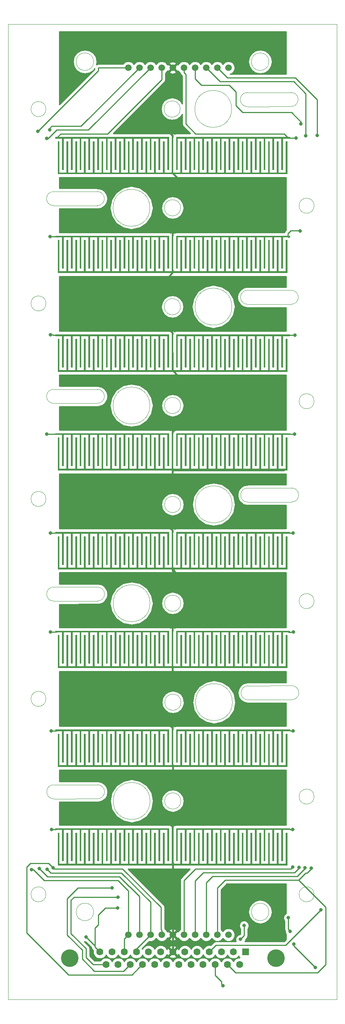
<source format=gtl>
%TF.GenerationSoftware,KiCad,Pcbnew,(2017-11-10 revision d8f4e35)-HEAD*%
%TF.CreationDate,2017-12-06T14:53:18-08:00*%
%TF.ProjectId,floor_pcb,666C6F6F725F7063622E6B696361645F,0.1*%
%TF.SameCoordinates,Original*%
%TF.FileFunction,Copper,L1,Top,Signal*%
%TF.FilePolarity,Positive*%
%FSLAX46Y46*%
G04 Gerber Fmt 4.6, Leading zero omitted, Abs format (unit mm)*
G04 Created by KiCad (PCBNEW (2017-11-10 revision d8f4e35)-HEAD) date Wed Dec  6 14:53:18 2017*
%MOMM*%
%LPD*%
G01*
G04 APERTURE LIST*
%TA.AperFunction,NonConductor*%
%ADD10C,0.001000*%
%TD*%
%TA.AperFunction,ComponentPad*%
%ADD11C,4.000000*%
%TD*%
%TA.AperFunction,ComponentPad*%
%ADD12C,1.600000*%
%TD*%
%TA.AperFunction,ComponentPad*%
%ADD13R,1.600000X1.600000*%
%TD*%
%TA.AperFunction,ComponentPad*%
%ADD14C,1.500000*%
%TD*%
%TA.AperFunction,Conductor*%
%ADD15C,0.000001*%
%TD*%
%TA.AperFunction,Conductor*%
%ADD16C,0.100000*%
%TD*%
%TA.AperFunction,ViaPad*%
%ADD17C,0.800000*%
%TD*%
%TA.AperFunction,Conductor*%
%ADD18C,0.250000*%
%TD*%
%TA.AperFunction,Conductor*%
%ADD19C,0.400000*%
%TD*%
%TA.AperFunction,Conductor*%
%ADD20C,0.254000*%
%TD*%
G04 APERTURE END LIST*
D10*
X142115153Y-70245379D02*
G75*
G02X142108633Y-67045385I-3260J1599997D01*
G01*
X152108612Y-67025010D02*
G75*
G02X152115132Y-70225004I3260J-1599997D01*
G01*
X142057908Y-25235283D02*
X152057887Y-25214907D01*
X142051388Y-22035289D02*
X152051367Y-22014914D01*
X126762780Y-25774200D02*
G75*
G03X126762780Y-25774200I-1851780J0D01*
G01*
X138486470Y-25755190D02*
G75*
G03X138486470Y-25755190I-4200000J0D01*
G01*
X142057908Y-25235283D02*
G75*
G02X142051388Y-22035289I-3260J1599997D01*
G01*
X87500000Y-228507200D02*
X87500000Y-6507200D01*
X162500000Y-228507200D02*
X87500000Y-228507200D01*
X162500000Y-6507200D02*
X162500000Y-228507200D01*
X87500000Y-6507200D02*
X162500000Y-6507200D01*
X107891787Y-182789837D02*
X97891788Y-182794898D01*
X107890167Y-179589837D02*
X97890169Y-179594898D01*
X126891790Y-183285137D02*
G75*
G03X126891790Y-183285137I-1851780J0D01*
G01*
X119864522Y-183289976D02*
G75*
G03X119864522Y-183289976I-4200000J0D01*
G01*
X107890167Y-179589837D02*
G75*
G02X107891787Y-182789837I810J-1600000D01*
G01*
X138600959Y-115775383D02*
G75*
G03X138600959Y-115775383I-4200000J0D01*
G01*
X142172397Y-115255474D02*
G75*
G02X142165877Y-112055482I-3260J1599996D01*
G01*
X152165856Y-112035106D02*
G75*
G02X152172376Y-115235100I3260J-1599997D01*
G01*
X142115153Y-70245379D02*
X152115132Y-70225004D01*
X142108633Y-67045385D02*
X152108612Y-67025010D01*
X126820024Y-70784296D02*
G75*
G03X126820024Y-70784296I-1851780J0D01*
G01*
X138543714Y-70765287D02*
G75*
G03X138543714Y-70765287I-4200000J0D01*
G01*
X107848157Y-44572900D02*
X97848158Y-44577961D01*
X126849780Y-48268200D02*
G75*
G03X126849780Y-48268200I-1851780J0D01*
G01*
X119822512Y-48273038D02*
G75*
G03X119822512Y-48273038I-4200000J0D01*
G01*
X107848157Y-44572900D02*
G75*
G02X107849777Y-47772900I810J-1600000D01*
G01*
X97849778Y-47777961D02*
G75*
G02X97848158Y-44577961I-810J1600000D01*
G01*
X142229641Y-160265571D02*
X152229621Y-160245196D01*
X142223121Y-157065578D02*
X152223101Y-157045203D01*
X152051367Y-22014915D02*
G75*
G02X152057887Y-25214907I3260J-1599996D01*
G01*
X147000000Y-15007200D02*
G75*
G03X147000000Y-15007200I-2000000J0D01*
G01*
X107000000Y-15007200D02*
G75*
G03X107000000Y-15007200I-2000000J0D01*
G01*
X147000000Y-208542700D02*
G75*
G03X147000000Y-208542700I-2000000J0D01*
G01*
X107000000Y-208542700D02*
G75*
G03X107000000Y-208542700I-2000000J0D01*
G01*
X96114500Y-70043200D02*
G75*
G03X96114500Y-70043200I-1714500J0D01*
G01*
X96114500Y-25792200D02*
G75*
G03X96114500Y-25792200I-1714500J0D01*
G01*
X126934513Y-160804489D02*
G75*
G03X126934513Y-160804489I-1851780J0D01*
G01*
X138658203Y-160785479D02*
G75*
G03X138658203Y-160785479I-4200000J0D01*
G01*
X142229641Y-160265572D02*
G75*
G02X142223121Y-157065578I-3260J1599997D01*
G01*
X152223101Y-157045204D02*
G75*
G02X152229621Y-160245196I3260J-1599996D01*
G01*
X142172397Y-115255475D02*
X152172376Y-115235100D01*
X142165877Y-112055482D02*
X152165856Y-112035107D01*
X126877269Y-115794393D02*
G75*
G03X126877269Y-115794393I-1851780J0D01*
G01*
X157314501Y-204542700D02*
G75*
G03X157314501Y-204542700I-1714500J0D01*
G01*
X157314501Y-182292700D02*
G75*
G03X157314501Y-182292700I-1714500J0D01*
G01*
X157314501Y-137792701D02*
G75*
G03X157314501Y-137792701I-1714500J0D01*
G01*
X157314501Y-92292700D02*
G75*
G03X157314501Y-92292700I-1714500J0D01*
G01*
X157314501Y-47792701D02*
G75*
G03X157314501Y-47792701I-1714500J0D01*
G01*
X96114501Y-204542700D02*
G75*
G03X96114501Y-204542700I-1714500J0D01*
G01*
X96114501Y-160042701D02*
G75*
G03X96114501Y-160042701I-1714500J0D01*
G01*
X107863780Y-92778545D02*
X97863781Y-92783606D01*
X107862160Y-89578546D02*
X97862162Y-89583607D01*
X126863783Y-93273846D02*
G75*
G03X126863783Y-93273846I-1851780J0D01*
G01*
X119836515Y-93278684D02*
G75*
G03X119836515Y-93278684I-4200000J0D01*
G01*
X107862160Y-89578547D02*
G75*
G02X107863780Y-92778545I810J-1599999D01*
G01*
X97863782Y-92783607D02*
G75*
G02X97862162Y-89583607I-810J1600000D01*
G01*
X107849777Y-47772900D02*
X97849778Y-47777961D01*
X97891787Y-182794898D02*
G75*
G02X97890169Y-179594898I-809J1600000D01*
G01*
X107877783Y-137784191D02*
X97877785Y-137789252D01*
X107876164Y-134584192D02*
X97876165Y-134589253D01*
X126877787Y-138279492D02*
G75*
G03X126877787Y-138279492I-1851780J0D01*
G01*
X119850519Y-138284330D02*
G75*
G03X119850519Y-138284330I-4200000J0D01*
G01*
X107876165Y-134584191D02*
G75*
G02X107877783Y-137784191I809J-1600000D01*
G01*
X97877785Y-137789251D02*
G75*
G02X97876165Y-134589253I-810J1599999D01*
G01*
X96114501Y-114542700D02*
G75*
G03X96114501Y-114542700I-1714500J0D01*
G01*
D11*
%TO.P,J3,0*%
%TO.N,N/C*%
X101500000Y-219072501D03*
X148600000Y-219072501D03*
D12*
%TO.P,J3,25*%
%TO.N,/F3*%
X109815000Y-220492501D03*
%TO.P,J3,24*%
%TO.N,/F7*%
X112585000Y-220492501D03*
%TO.P,J3,23*%
%TO.N,/F11*%
X115355000Y-220492501D03*
%TO.P,J3,22*%
%TO.N,/F15*%
X118125000Y-220492501D03*
%TO.P,J3,21*%
%TO.N,Net-(J3-Pad21)*%
X120895000Y-220492501D03*
%TO.P,J3,20*%
%TO.N,Net-(J3-Pad20)*%
X123665000Y-220492501D03*
%TO.P,J3,19*%
%TO.N,Net-(J3-Pad19)*%
X126435000Y-220492501D03*
%TO.P,J3,18*%
%TO.N,Net-(J3-Pad18)*%
X129205000Y-220492501D03*
%TO.P,J3,17*%
%TO.N,/F2*%
X131975000Y-220492501D03*
%TO.P,J3,16*%
%TO.N,/F6*%
X134745000Y-220492501D03*
%TO.P,J3,15*%
%TO.N,/F10*%
X137515000Y-220492501D03*
%TO.P,J3,14*%
%TO.N,/F14*%
X140285000Y-220492501D03*
%TO.P,J3,13*%
%TO.N,/F1*%
X108430000Y-217652501D03*
%TO.P,J3,12*%
%TO.N,/F5*%
X111200000Y-217652501D03*
%TO.P,J3,11*%
%TO.N,/F9*%
X113970000Y-217652501D03*
%TO.P,J3,10*%
%TO.N,/F13*%
X116740000Y-217652501D03*
%TO.P,J3,9*%
%TO.N,Net-(J3-Pad9)*%
X119510000Y-217652501D03*
%TO.P,J3,8*%
%TO.N,Net-(J3-Pad8)*%
X122280000Y-217652501D03*
%TO.P,J3,7*%
%TO.N,/HV*%
X125050000Y-217652501D03*
%TO.P,J3,6*%
%TO.N,Net-(J3-Pad6)*%
X127820000Y-217652501D03*
%TO.P,J3,5*%
%TO.N,Net-(J3-Pad5)*%
X130590000Y-217652501D03*
%TO.P,J3,4*%
%TO.N,/F4*%
X133360000Y-217652501D03*
%TO.P,J3,3*%
%TO.N,/F8*%
X136130000Y-217652501D03*
%TO.P,J3,2*%
%TO.N,/F12*%
X138900000Y-217652501D03*
D13*
%TO.P,J3,1*%
%TO.N,/F16*%
X141670000Y-217652501D03*
%TD*%
D14*
%TO.P,J2,1*%
%TO.N,/F7*%
X114890000Y-16385800D03*
%TO.P,J2,2*%
%TO.N,/F5*%
X117430000Y-16385800D03*
%TO.P,J2,3*%
%TO.N,/F3*%
X119970000Y-16385800D03*
%TO.P,J2,4*%
%TO.N,/F1*%
X122510000Y-16385800D03*
%TO.P,J2,5*%
%TO.N,/HV*%
X125050000Y-16385800D03*
%TO.P,J2,6*%
%TO.N,/F2*%
X127590000Y-16385800D03*
%TO.P,J2,7*%
%TO.N,/F4*%
X130130000Y-16385800D03*
%TO.P,J2,8*%
%TO.N,/F6*%
X132670000Y-16385800D03*
%TO.P,J2,9*%
%TO.N,/F8*%
X135210000Y-16385800D03*
%TO.P,J2,10*%
%TO.N,Net-(J2-Pad10)*%
X137750000Y-16385800D03*
%TD*%
%TO.P,J1,10*%
%TO.N,Net-(J1-Pad10)*%
X137750000Y-213750000D03*
%TO.P,J1,9*%
%TO.N,/F10*%
X135210000Y-213750000D03*
%TO.P,J1,8*%
%TO.N,/F12*%
X132670000Y-213750000D03*
%TO.P,J1,7*%
%TO.N,/F14*%
X130130000Y-213750000D03*
%TO.P,J1,6*%
%TO.N,/F16*%
X127590000Y-213750000D03*
%TO.P,J1,5*%
%TO.N,/HV*%
X125050000Y-213750000D03*
%TO.P,J1,4*%
%TO.N,/F15*%
X122510000Y-213750000D03*
%TO.P,J1,3*%
%TO.N,/F13*%
X119970000Y-213750000D03*
%TO.P,J1,2*%
%TO.N,/F11*%
X117430000Y-213750000D03*
%TO.P,J1,1*%
%TO.N,/F9*%
X114890000Y-213750000D03*
%TD*%
D15*
%TO.N,/F15*%
%TO.C,J4*%
X98700000Y-189700000D03*
D16*
G36*
X124200000Y-197000000D02*
X123800000Y-197000000D01*
X123800000Y-189900000D01*
X122200000Y-189900000D01*
X122200000Y-197000000D01*
X121800000Y-197000000D01*
X121800000Y-189900000D01*
X120200000Y-189900000D01*
X120200000Y-197000000D01*
X119800000Y-197000000D01*
X119800000Y-189900000D01*
X118200000Y-189900000D01*
X118200000Y-197000000D01*
X117800000Y-197000000D01*
X117800000Y-189900000D01*
X116200000Y-189900000D01*
X116200000Y-197000000D01*
X115800000Y-197000000D01*
X115800000Y-189900000D01*
X114200000Y-189900000D01*
X114200000Y-197000000D01*
X113800000Y-197000000D01*
X113800000Y-189900000D01*
X112200000Y-189900000D01*
X112200000Y-197000000D01*
X111800000Y-197000000D01*
X111800000Y-189900000D01*
X110200000Y-189900000D01*
X110200000Y-197000000D01*
X109800000Y-197000000D01*
X109800000Y-189900000D01*
X108200000Y-189900000D01*
X108200000Y-197000000D01*
X107800000Y-197000000D01*
X107800000Y-189900000D01*
X106200000Y-189900000D01*
X106200000Y-197000000D01*
X105800000Y-197000000D01*
X105800000Y-189900000D01*
X104200000Y-189900000D01*
X104200000Y-197000000D01*
X103800000Y-197000000D01*
X103800000Y-189900000D01*
X102200000Y-189900000D01*
X102200000Y-197000000D01*
X101800000Y-197000000D01*
X101800000Y-189900000D01*
X100200000Y-189900000D01*
X100200000Y-197000000D01*
X99800000Y-197000000D01*
X99800000Y-189900000D01*
X98200000Y-189900000D01*
X98200000Y-189500000D01*
X124200000Y-189500000D01*
X124200000Y-197000000D01*
X124200000Y-197000000D01*
G37*
D15*
%TO.N,/F16*%
X151300000Y-189700000D03*
D16*
G36*
X151800000Y-189900000D02*
X150200000Y-189900000D01*
X150200000Y-197000000D01*
X149800000Y-197000000D01*
X149800000Y-189900000D01*
X148200000Y-189900000D01*
X148200000Y-197000000D01*
X147800000Y-197000000D01*
X147800000Y-189900000D01*
X146200000Y-189900000D01*
X146200000Y-197000000D01*
X145800000Y-197000000D01*
X145800000Y-189900000D01*
X144200000Y-189900000D01*
X144200000Y-197000000D01*
X143800000Y-197000000D01*
X143800000Y-189900000D01*
X142200000Y-189900000D01*
X142200000Y-197000000D01*
X141800000Y-197000000D01*
X141800000Y-189900000D01*
X140200000Y-189900000D01*
X140200000Y-197000000D01*
X139800000Y-197000000D01*
X139800000Y-189900000D01*
X138200000Y-189900000D01*
X138200000Y-197000000D01*
X137800000Y-197000000D01*
X137800000Y-189900000D01*
X136200000Y-189900000D01*
X136200000Y-197000000D01*
X135800000Y-197000000D01*
X135800000Y-189900000D01*
X134200000Y-189900000D01*
X134200000Y-197000000D01*
X133800000Y-197000000D01*
X133800000Y-189900000D01*
X132200000Y-189900000D01*
X132200000Y-197000000D01*
X131800000Y-197000000D01*
X131800000Y-189900000D01*
X130200000Y-189900000D01*
X130200000Y-197000000D01*
X129800000Y-197000000D01*
X129800000Y-189900000D01*
X128200000Y-189900000D01*
X128200000Y-197000000D01*
X127800000Y-197000000D01*
X127800000Y-189900000D01*
X126200000Y-189900000D01*
X126200000Y-197000000D01*
X125800000Y-197000000D01*
X125800000Y-189500000D01*
X151800000Y-189500000D01*
X151800000Y-189900000D01*
X151800000Y-189900000D01*
G37*
D15*
%TO.N,/HV*%
X125000000Y-197500000D03*
D16*
G36*
X125200000Y-197600000D02*
X126800000Y-197600000D01*
X126800000Y-190500000D01*
X127200000Y-190500000D01*
X127200000Y-197600000D01*
X128800000Y-197600000D01*
X128800000Y-190500000D01*
X129200000Y-190500000D01*
X129200000Y-197600000D01*
X130800000Y-197600000D01*
X130800000Y-190500000D01*
X131200000Y-190500000D01*
X131200000Y-197600000D01*
X132800000Y-197600000D01*
X132800000Y-190500000D01*
X133200000Y-190500000D01*
X133200000Y-197600000D01*
X134800000Y-197600000D01*
X134800000Y-190500000D01*
X135200000Y-190500000D01*
X135200000Y-197600000D01*
X136800000Y-197600000D01*
X136800000Y-190500000D01*
X137200000Y-190500000D01*
X137200000Y-197600000D01*
X138800000Y-197600000D01*
X138800000Y-190500000D01*
X139200000Y-190500000D01*
X139200000Y-197600000D01*
X140800000Y-197600000D01*
X140800000Y-190500000D01*
X141200000Y-190500000D01*
X141200000Y-197600000D01*
X142800000Y-197600000D01*
X142800000Y-190500000D01*
X143200000Y-190500000D01*
X143200000Y-197600000D01*
X144800000Y-197600000D01*
X144800000Y-190500000D01*
X145200000Y-190500000D01*
X145200000Y-197600000D01*
X146800000Y-197600000D01*
X146800000Y-190500000D01*
X147200000Y-190500000D01*
X147200000Y-197600000D01*
X148800000Y-197600000D01*
X148800000Y-190500000D01*
X149200000Y-190500000D01*
X149200000Y-197600000D01*
X150800000Y-197600000D01*
X150800000Y-190500000D01*
X151200000Y-190500000D01*
X151200000Y-198000000D01*
X98800000Y-198000000D01*
X98800000Y-190500000D01*
X99200000Y-190500000D01*
X99200000Y-197600000D01*
X100800000Y-197600000D01*
X100800000Y-190500000D01*
X101200000Y-190500000D01*
X101200000Y-197600000D01*
X102800000Y-197600000D01*
X102800000Y-190500000D01*
X103200000Y-190500000D01*
X103200000Y-197600000D01*
X104800000Y-197600000D01*
X104800000Y-190500000D01*
X105200000Y-190500000D01*
X105200000Y-197600000D01*
X106800000Y-197600000D01*
X106800000Y-190500000D01*
X107200000Y-190500000D01*
X107200000Y-197600000D01*
X108800000Y-197600000D01*
X108800000Y-190500000D01*
X109200000Y-190500000D01*
X109200000Y-197600000D01*
X110800000Y-197600000D01*
X110800000Y-190500000D01*
X111200000Y-190500000D01*
X111200000Y-197600000D01*
X112800000Y-197600000D01*
X112800000Y-190500000D01*
X113200000Y-190500000D01*
X113200000Y-197600000D01*
X114800000Y-197600000D01*
X114800000Y-190500000D01*
X115200000Y-190500000D01*
X115200000Y-197600000D01*
X116800000Y-197600000D01*
X116800000Y-190500000D01*
X117200000Y-190500000D01*
X117200000Y-197600000D01*
X118800000Y-197600000D01*
X118800000Y-190500000D01*
X119200000Y-190500000D01*
X119200000Y-197600000D01*
X120800000Y-197600000D01*
X120800000Y-190500000D01*
X121200000Y-190500000D01*
X121200000Y-197600000D01*
X122800000Y-197600000D01*
X122800000Y-190500000D01*
X123200000Y-190500000D01*
X123200000Y-197600000D01*
X124800000Y-197600000D01*
X124800000Y-189500000D01*
X125200000Y-189500000D01*
X125200000Y-197600000D01*
X125200000Y-197600000D01*
G37*
%TD*%
D15*
%TO.N,/HV*%
%TO.C,J5*%
X125000000Y-175019400D03*
D16*
G36*
X125200000Y-175119400D02*
X126800000Y-175119400D01*
X126800000Y-168019400D01*
X127200000Y-168019400D01*
X127200000Y-175119400D01*
X128800000Y-175119400D01*
X128800000Y-168019400D01*
X129200000Y-168019400D01*
X129200000Y-175119400D01*
X130800000Y-175119400D01*
X130800000Y-168019400D01*
X131200000Y-168019400D01*
X131200000Y-175119400D01*
X132800000Y-175119400D01*
X132800000Y-168019400D01*
X133200000Y-168019400D01*
X133200000Y-175119400D01*
X134800000Y-175119400D01*
X134800000Y-168019400D01*
X135200000Y-168019400D01*
X135200000Y-175119400D01*
X136800000Y-175119400D01*
X136800000Y-168019400D01*
X137200000Y-168019400D01*
X137200000Y-175119400D01*
X138800000Y-175119400D01*
X138800000Y-168019400D01*
X139200000Y-168019400D01*
X139200000Y-175119400D01*
X140800000Y-175119400D01*
X140800000Y-168019400D01*
X141200000Y-168019400D01*
X141200000Y-175119400D01*
X142800000Y-175119400D01*
X142800000Y-168019400D01*
X143200000Y-168019400D01*
X143200000Y-175119400D01*
X144800000Y-175119400D01*
X144800000Y-168019400D01*
X145200000Y-168019400D01*
X145200000Y-175119400D01*
X146800000Y-175119400D01*
X146800000Y-168019400D01*
X147200000Y-168019400D01*
X147200000Y-175119400D01*
X148800000Y-175119400D01*
X148800000Y-168019400D01*
X149200000Y-168019400D01*
X149200000Y-175119400D01*
X150800000Y-175119400D01*
X150800000Y-168019400D01*
X151200000Y-168019400D01*
X151200000Y-175519400D01*
X98800000Y-175519400D01*
X98800000Y-168019400D01*
X99200000Y-168019400D01*
X99200000Y-175119400D01*
X100800000Y-175119400D01*
X100800000Y-168019400D01*
X101200000Y-168019400D01*
X101200000Y-175119400D01*
X102800000Y-175119400D01*
X102800000Y-168019400D01*
X103200000Y-168019400D01*
X103200000Y-175119400D01*
X104800000Y-175119400D01*
X104800000Y-168019400D01*
X105200000Y-168019400D01*
X105200000Y-175119400D01*
X106800000Y-175119400D01*
X106800000Y-168019400D01*
X107200000Y-168019400D01*
X107200000Y-175119400D01*
X108800000Y-175119400D01*
X108800000Y-168019400D01*
X109200000Y-168019400D01*
X109200000Y-175119400D01*
X110800000Y-175119400D01*
X110800000Y-168019400D01*
X111200000Y-168019400D01*
X111200000Y-175119400D01*
X112800000Y-175119400D01*
X112800000Y-168019400D01*
X113200000Y-168019400D01*
X113200000Y-175119400D01*
X114800000Y-175119400D01*
X114800000Y-168019400D01*
X115200000Y-168019400D01*
X115200000Y-175119400D01*
X116800000Y-175119400D01*
X116800000Y-168019400D01*
X117200000Y-168019400D01*
X117200000Y-175119400D01*
X118800000Y-175119400D01*
X118800000Y-168019400D01*
X119200000Y-168019400D01*
X119200000Y-175119400D01*
X120800000Y-175119400D01*
X120800000Y-168019400D01*
X121200000Y-168019400D01*
X121200000Y-175119400D01*
X122800000Y-175119400D01*
X122800000Y-168019400D01*
X123200000Y-168019400D01*
X123200000Y-175119400D01*
X124800000Y-175119400D01*
X124800000Y-167019400D01*
X125200000Y-167019400D01*
X125200000Y-175119400D01*
X125200000Y-175119400D01*
G37*
D15*
%TO.N,/F14*%
X151300000Y-167219400D03*
D16*
G36*
X151800000Y-167419400D02*
X150200000Y-167419400D01*
X150200000Y-174519400D01*
X149800000Y-174519400D01*
X149800000Y-167419400D01*
X148200000Y-167419400D01*
X148200000Y-174519400D01*
X147800000Y-174519400D01*
X147800000Y-167419400D01*
X146200000Y-167419400D01*
X146200000Y-174519400D01*
X145800000Y-174519400D01*
X145800000Y-167419400D01*
X144200000Y-167419400D01*
X144200000Y-174519400D01*
X143800000Y-174519400D01*
X143800000Y-167419400D01*
X142200000Y-167419400D01*
X142200000Y-174519400D01*
X141800000Y-174519400D01*
X141800000Y-167419400D01*
X140200000Y-167419400D01*
X140200000Y-174519400D01*
X139800000Y-174519400D01*
X139800000Y-167419400D01*
X138200000Y-167419400D01*
X138200000Y-174519400D01*
X137800000Y-174519400D01*
X137800000Y-167419400D01*
X136200000Y-167419400D01*
X136200000Y-174519400D01*
X135800000Y-174519400D01*
X135800000Y-167419400D01*
X134200000Y-167419400D01*
X134200000Y-174519400D01*
X133800000Y-174519400D01*
X133800000Y-167419400D01*
X132200000Y-167419400D01*
X132200000Y-174519400D01*
X131800000Y-174519400D01*
X131800000Y-167419400D01*
X130200000Y-167419400D01*
X130200000Y-174519400D01*
X129800000Y-174519400D01*
X129800000Y-167419400D01*
X128200000Y-167419400D01*
X128200000Y-174519400D01*
X127800000Y-174519400D01*
X127800000Y-167419400D01*
X126200000Y-167419400D01*
X126200000Y-174519400D01*
X125800000Y-174519400D01*
X125800000Y-167019400D01*
X151800000Y-167019400D01*
X151800000Y-167419400D01*
X151800000Y-167419400D01*
G37*
D15*
%TO.N,/F13*%
X98700000Y-167219400D03*
D16*
G36*
X124200000Y-174519400D02*
X123800000Y-174519400D01*
X123800000Y-167419400D01*
X122200000Y-167419400D01*
X122200000Y-174519400D01*
X121800000Y-174519400D01*
X121800000Y-167419400D01*
X120200000Y-167419400D01*
X120200000Y-174519400D01*
X119800000Y-174519400D01*
X119800000Y-167419400D01*
X118200000Y-167419400D01*
X118200000Y-174519400D01*
X117800000Y-174519400D01*
X117800000Y-167419400D01*
X116200000Y-167419400D01*
X116200000Y-174519400D01*
X115800000Y-174519400D01*
X115800000Y-167419400D01*
X114200000Y-167419400D01*
X114200000Y-174519400D01*
X113800000Y-174519400D01*
X113800000Y-167419400D01*
X112200000Y-167419400D01*
X112200000Y-174519400D01*
X111800000Y-174519400D01*
X111800000Y-167419400D01*
X110200000Y-167419400D01*
X110200000Y-174519400D01*
X109800000Y-174519400D01*
X109800000Y-167419400D01*
X108200000Y-167419400D01*
X108200000Y-174519400D01*
X107800000Y-174519400D01*
X107800000Y-167419400D01*
X106200000Y-167419400D01*
X106200000Y-174519400D01*
X105800000Y-174519400D01*
X105800000Y-167419400D01*
X104200000Y-167419400D01*
X104200000Y-174519400D01*
X103800000Y-174519400D01*
X103800000Y-167419400D01*
X102200000Y-167419400D01*
X102200000Y-174519400D01*
X101800000Y-174519400D01*
X101800000Y-167419400D01*
X100200000Y-167419400D01*
X100200000Y-174519400D01*
X99800000Y-174519400D01*
X99800000Y-167419400D01*
X98200000Y-167419400D01*
X98200000Y-167019400D01*
X124200000Y-167019400D01*
X124200000Y-174519400D01*
X124200000Y-174519400D01*
G37*
%TD*%
D15*
%TO.N,/F11*%
%TO.C,J6*%
X98700000Y-144738800D03*
D16*
G36*
X124200000Y-152038800D02*
X123800000Y-152038800D01*
X123800000Y-144938800D01*
X122200000Y-144938800D01*
X122200000Y-152038800D01*
X121800000Y-152038800D01*
X121800000Y-144938800D01*
X120200000Y-144938800D01*
X120200000Y-152038800D01*
X119800000Y-152038800D01*
X119800000Y-144938800D01*
X118200000Y-144938800D01*
X118200000Y-152038800D01*
X117800000Y-152038800D01*
X117800000Y-144938800D01*
X116200000Y-144938800D01*
X116200000Y-152038800D01*
X115800000Y-152038800D01*
X115800000Y-144938800D01*
X114200000Y-144938800D01*
X114200000Y-152038800D01*
X113800000Y-152038800D01*
X113800000Y-144938800D01*
X112200000Y-144938800D01*
X112200000Y-152038800D01*
X111800000Y-152038800D01*
X111800000Y-144938800D01*
X110200000Y-144938800D01*
X110200000Y-152038800D01*
X109800000Y-152038800D01*
X109800000Y-144938800D01*
X108200000Y-144938800D01*
X108200000Y-152038800D01*
X107800000Y-152038800D01*
X107800000Y-144938800D01*
X106200000Y-144938800D01*
X106200000Y-152038800D01*
X105800000Y-152038800D01*
X105800000Y-144938800D01*
X104200000Y-144938800D01*
X104200000Y-152038800D01*
X103800000Y-152038800D01*
X103800000Y-144938800D01*
X102200000Y-144938800D01*
X102200000Y-152038800D01*
X101800000Y-152038800D01*
X101800000Y-144938800D01*
X100200000Y-144938800D01*
X100200000Y-152038800D01*
X99800000Y-152038800D01*
X99800000Y-144938800D01*
X98200000Y-144938800D01*
X98200000Y-144538800D01*
X124200000Y-144538800D01*
X124200000Y-152038800D01*
X124200000Y-152038800D01*
G37*
D15*
%TO.N,/F12*%
X151300000Y-144738800D03*
D16*
G36*
X151800000Y-144938800D02*
X150200000Y-144938800D01*
X150200000Y-152038800D01*
X149800000Y-152038800D01*
X149800000Y-144938800D01*
X148200000Y-144938800D01*
X148200000Y-152038800D01*
X147800000Y-152038800D01*
X147800000Y-144938800D01*
X146200000Y-144938800D01*
X146200000Y-152038800D01*
X145800000Y-152038800D01*
X145800000Y-144938800D01*
X144200000Y-144938800D01*
X144200000Y-152038800D01*
X143800000Y-152038800D01*
X143800000Y-144938800D01*
X142200000Y-144938800D01*
X142200000Y-152038800D01*
X141800000Y-152038800D01*
X141800000Y-144938800D01*
X140200000Y-144938800D01*
X140200000Y-152038800D01*
X139800000Y-152038800D01*
X139800000Y-144938800D01*
X138200000Y-144938800D01*
X138200000Y-152038800D01*
X137800000Y-152038800D01*
X137800000Y-144938800D01*
X136200000Y-144938800D01*
X136200000Y-152038800D01*
X135800000Y-152038800D01*
X135800000Y-144938800D01*
X134200000Y-144938800D01*
X134200000Y-152038800D01*
X133800000Y-152038800D01*
X133800000Y-144938800D01*
X132200000Y-144938800D01*
X132200000Y-152038800D01*
X131800000Y-152038800D01*
X131800000Y-144938800D01*
X130200000Y-144938800D01*
X130200000Y-152038800D01*
X129800000Y-152038800D01*
X129800000Y-144938800D01*
X128200000Y-144938800D01*
X128200000Y-152038800D01*
X127800000Y-152038800D01*
X127800000Y-144938800D01*
X126200000Y-144938800D01*
X126200000Y-152038800D01*
X125800000Y-152038800D01*
X125800000Y-144538800D01*
X151800000Y-144538800D01*
X151800000Y-144938800D01*
X151800000Y-144938800D01*
G37*
D15*
%TO.N,/HV*%
X125000000Y-152538800D03*
D16*
G36*
X125200000Y-152638800D02*
X126800000Y-152638800D01*
X126800000Y-145538800D01*
X127200000Y-145538800D01*
X127200000Y-152638800D01*
X128800000Y-152638800D01*
X128800000Y-145538800D01*
X129200000Y-145538800D01*
X129200000Y-152638800D01*
X130800000Y-152638800D01*
X130800000Y-145538800D01*
X131200000Y-145538800D01*
X131200000Y-152638800D01*
X132800000Y-152638800D01*
X132800000Y-145538800D01*
X133200000Y-145538800D01*
X133200000Y-152638800D01*
X134800000Y-152638800D01*
X134800000Y-145538800D01*
X135200000Y-145538800D01*
X135200000Y-152638800D01*
X136800000Y-152638800D01*
X136800000Y-145538800D01*
X137200000Y-145538800D01*
X137200000Y-152638800D01*
X138800000Y-152638800D01*
X138800000Y-145538800D01*
X139200000Y-145538800D01*
X139200000Y-152638800D01*
X140800000Y-152638800D01*
X140800000Y-145538800D01*
X141200000Y-145538800D01*
X141200000Y-152638800D01*
X142800000Y-152638800D01*
X142800000Y-145538800D01*
X143200000Y-145538800D01*
X143200000Y-152638800D01*
X144800000Y-152638800D01*
X144800000Y-145538800D01*
X145200000Y-145538800D01*
X145200000Y-152638800D01*
X146800000Y-152638800D01*
X146800000Y-145538800D01*
X147200000Y-145538800D01*
X147200000Y-152638800D01*
X148800000Y-152638800D01*
X148800000Y-145538800D01*
X149200000Y-145538800D01*
X149200000Y-152638800D01*
X150800000Y-152638800D01*
X150800000Y-145538800D01*
X151200000Y-145538800D01*
X151200000Y-153038800D01*
X98800000Y-153038800D01*
X98800000Y-145538800D01*
X99200000Y-145538800D01*
X99200000Y-152638800D01*
X100800000Y-152638800D01*
X100800000Y-145538800D01*
X101200000Y-145538800D01*
X101200000Y-152638800D01*
X102800000Y-152638800D01*
X102800000Y-145538800D01*
X103200000Y-145538800D01*
X103200000Y-152638800D01*
X104800000Y-152638800D01*
X104800000Y-145538800D01*
X105200000Y-145538800D01*
X105200000Y-152638800D01*
X106800000Y-152638800D01*
X106800000Y-145538800D01*
X107200000Y-145538800D01*
X107200000Y-152638800D01*
X108800000Y-152638800D01*
X108800000Y-145538800D01*
X109200000Y-145538800D01*
X109200000Y-152638800D01*
X110800000Y-152638800D01*
X110800000Y-145538800D01*
X111200000Y-145538800D01*
X111200000Y-152638800D01*
X112800000Y-152638800D01*
X112800000Y-145538800D01*
X113200000Y-145538800D01*
X113200000Y-152638800D01*
X114800000Y-152638800D01*
X114800000Y-145538800D01*
X115200000Y-145538800D01*
X115200000Y-152638800D01*
X116800000Y-152638800D01*
X116800000Y-145538800D01*
X117200000Y-145538800D01*
X117200000Y-152638800D01*
X118800000Y-152638800D01*
X118800000Y-145538800D01*
X119200000Y-145538800D01*
X119200000Y-152638800D01*
X120800000Y-152638800D01*
X120800000Y-145538800D01*
X121200000Y-145538800D01*
X121200000Y-152638800D01*
X122800000Y-152638800D01*
X122800000Y-145538800D01*
X123200000Y-145538800D01*
X123200000Y-152638800D01*
X124800000Y-152638800D01*
X124800000Y-144538800D01*
X125200000Y-144538800D01*
X125200000Y-152638800D01*
X125200000Y-152638800D01*
G37*
%TD*%
D15*
%TO.N,/HV*%
%TO.C,J7*%
X125000000Y-130058200D03*
D16*
G36*
X125200000Y-130158200D02*
X126800000Y-130158200D01*
X126800000Y-123058200D01*
X127200000Y-123058200D01*
X127200000Y-130158200D01*
X128800000Y-130158200D01*
X128800000Y-123058200D01*
X129200000Y-123058200D01*
X129200000Y-130158200D01*
X130800000Y-130158200D01*
X130800000Y-123058200D01*
X131200000Y-123058200D01*
X131200000Y-130158200D01*
X132800000Y-130158200D01*
X132800000Y-123058200D01*
X133200000Y-123058200D01*
X133200000Y-130158200D01*
X134800000Y-130158200D01*
X134800000Y-123058200D01*
X135200000Y-123058200D01*
X135200000Y-130158200D01*
X136800000Y-130158200D01*
X136800000Y-123058200D01*
X137200000Y-123058200D01*
X137200000Y-130158200D01*
X138800000Y-130158200D01*
X138800000Y-123058200D01*
X139200000Y-123058200D01*
X139200000Y-130158200D01*
X140800000Y-130158200D01*
X140800000Y-123058200D01*
X141200000Y-123058200D01*
X141200000Y-130158200D01*
X142800000Y-130158200D01*
X142800000Y-123058200D01*
X143200000Y-123058200D01*
X143200000Y-130158200D01*
X144800000Y-130158200D01*
X144800000Y-123058200D01*
X145200000Y-123058200D01*
X145200000Y-130158200D01*
X146800000Y-130158200D01*
X146800000Y-123058200D01*
X147200000Y-123058200D01*
X147200000Y-130158200D01*
X148800000Y-130158200D01*
X148800000Y-123058200D01*
X149200000Y-123058200D01*
X149200000Y-130158200D01*
X150800000Y-130158200D01*
X150800000Y-123058200D01*
X151200000Y-123058200D01*
X151200000Y-130558200D01*
X98800000Y-130558200D01*
X98800000Y-123058200D01*
X99200000Y-123058200D01*
X99200000Y-130158200D01*
X100800000Y-130158200D01*
X100800000Y-123058200D01*
X101200000Y-123058200D01*
X101200000Y-130158200D01*
X102800000Y-130158200D01*
X102800000Y-123058200D01*
X103200000Y-123058200D01*
X103200000Y-130158200D01*
X104800000Y-130158200D01*
X104800000Y-123058200D01*
X105200000Y-123058200D01*
X105200000Y-130158200D01*
X106800000Y-130158200D01*
X106800000Y-123058200D01*
X107200000Y-123058200D01*
X107200000Y-130158200D01*
X108800000Y-130158200D01*
X108800000Y-123058200D01*
X109200000Y-123058200D01*
X109200000Y-130158200D01*
X110800000Y-130158200D01*
X110800000Y-123058200D01*
X111200000Y-123058200D01*
X111200000Y-130158200D01*
X112800000Y-130158200D01*
X112800000Y-123058200D01*
X113200000Y-123058200D01*
X113200000Y-130158200D01*
X114800000Y-130158200D01*
X114800000Y-123058200D01*
X115200000Y-123058200D01*
X115200000Y-130158200D01*
X116800000Y-130158200D01*
X116800000Y-123058200D01*
X117200000Y-123058200D01*
X117200000Y-130158200D01*
X118800000Y-130158200D01*
X118800000Y-123058200D01*
X119200000Y-123058200D01*
X119200000Y-130158200D01*
X120800000Y-130158200D01*
X120800000Y-123058200D01*
X121200000Y-123058200D01*
X121200000Y-130158200D01*
X122800000Y-130158200D01*
X122800000Y-123058200D01*
X123200000Y-123058200D01*
X123200000Y-130158200D01*
X124800000Y-130158200D01*
X124800000Y-122058200D01*
X125200000Y-122058200D01*
X125200000Y-130158200D01*
X125200000Y-130158200D01*
G37*
D15*
%TO.N,/F10*%
X151300000Y-122258200D03*
D16*
G36*
X151800000Y-122458200D02*
X150200000Y-122458200D01*
X150200000Y-129558200D01*
X149800000Y-129558200D01*
X149800000Y-122458200D01*
X148200000Y-122458200D01*
X148200000Y-129558200D01*
X147800000Y-129558200D01*
X147800000Y-122458200D01*
X146200000Y-122458200D01*
X146200000Y-129558200D01*
X145800000Y-129558200D01*
X145800000Y-122458200D01*
X144200000Y-122458200D01*
X144200000Y-129558200D01*
X143800000Y-129558200D01*
X143800000Y-122458200D01*
X142200000Y-122458200D01*
X142200000Y-129558200D01*
X141800000Y-129558200D01*
X141800000Y-122458200D01*
X140200000Y-122458200D01*
X140200000Y-129558200D01*
X139800000Y-129558200D01*
X139800000Y-122458200D01*
X138200000Y-122458200D01*
X138200000Y-129558200D01*
X137800000Y-129558200D01*
X137800000Y-122458200D01*
X136200000Y-122458200D01*
X136200000Y-129558200D01*
X135800000Y-129558200D01*
X135800000Y-122458200D01*
X134200000Y-122458200D01*
X134200000Y-129558200D01*
X133800000Y-129558200D01*
X133800000Y-122458200D01*
X132200000Y-122458200D01*
X132200000Y-129558200D01*
X131800000Y-129558200D01*
X131800000Y-122458200D01*
X130200000Y-122458200D01*
X130200000Y-129558200D01*
X129800000Y-129558200D01*
X129800000Y-122458200D01*
X128200000Y-122458200D01*
X128200000Y-129558200D01*
X127800000Y-129558200D01*
X127800000Y-122458200D01*
X126200000Y-122458200D01*
X126200000Y-129558200D01*
X125800000Y-129558200D01*
X125800000Y-122058200D01*
X151800000Y-122058200D01*
X151800000Y-122458200D01*
X151800000Y-122458200D01*
G37*
D15*
%TO.N,/F9*%
X98700000Y-122258200D03*
D16*
G36*
X124200000Y-129558200D02*
X123800000Y-129558200D01*
X123800000Y-122458200D01*
X122200000Y-122458200D01*
X122200000Y-129558200D01*
X121800000Y-129558200D01*
X121800000Y-122458200D01*
X120200000Y-122458200D01*
X120200000Y-129558200D01*
X119800000Y-129558200D01*
X119800000Y-122458200D01*
X118200000Y-122458200D01*
X118200000Y-129558200D01*
X117800000Y-129558200D01*
X117800000Y-122458200D01*
X116200000Y-122458200D01*
X116200000Y-129558200D01*
X115800000Y-129558200D01*
X115800000Y-122458200D01*
X114200000Y-122458200D01*
X114200000Y-129558200D01*
X113800000Y-129558200D01*
X113800000Y-122458200D01*
X112200000Y-122458200D01*
X112200000Y-129558200D01*
X111800000Y-129558200D01*
X111800000Y-122458200D01*
X110200000Y-122458200D01*
X110200000Y-129558200D01*
X109800000Y-129558200D01*
X109800000Y-122458200D01*
X108200000Y-122458200D01*
X108200000Y-129558200D01*
X107800000Y-129558200D01*
X107800000Y-122458200D01*
X106200000Y-122458200D01*
X106200000Y-129558200D01*
X105800000Y-129558200D01*
X105800000Y-122458200D01*
X104200000Y-122458200D01*
X104200000Y-129558200D01*
X103800000Y-129558200D01*
X103800000Y-122458200D01*
X102200000Y-122458200D01*
X102200000Y-129558200D01*
X101800000Y-129558200D01*
X101800000Y-122458200D01*
X100200000Y-122458200D01*
X100200000Y-129558200D01*
X99800000Y-129558200D01*
X99800000Y-122458200D01*
X98200000Y-122458200D01*
X98200000Y-122058200D01*
X124200000Y-122058200D01*
X124200000Y-129558200D01*
X124200000Y-129558200D01*
G37*
%TD*%
D15*
%TO.N,/F7*%
%TO.C,J8*%
X98700000Y-99777600D03*
D16*
G36*
X124200000Y-107077600D02*
X123800000Y-107077600D01*
X123800000Y-99977600D01*
X122200000Y-99977600D01*
X122200000Y-107077600D01*
X121800000Y-107077600D01*
X121800000Y-99977600D01*
X120200000Y-99977600D01*
X120200000Y-107077600D01*
X119800000Y-107077600D01*
X119800000Y-99977600D01*
X118200000Y-99977600D01*
X118200000Y-107077600D01*
X117800000Y-107077600D01*
X117800000Y-99977600D01*
X116200000Y-99977600D01*
X116200000Y-107077600D01*
X115800000Y-107077600D01*
X115800000Y-99977600D01*
X114200000Y-99977600D01*
X114200000Y-107077600D01*
X113800000Y-107077600D01*
X113800000Y-99977600D01*
X112200000Y-99977600D01*
X112200000Y-107077600D01*
X111800000Y-107077600D01*
X111800000Y-99977600D01*
X110200000Y-99977600D01*
X110200000Y-107077600D01*
X109800000Y-107077600D01*
X109800000Y-99977600D01*
X108200000Y-99977600D01*
X108200000Y-107077600D01*
X107800000Y-107077600D01*
X107800000Y-99977600D01*
X106200000Y-99977600D01*
X106200000Y-107077600D01*
X105800000Y-107077600D01*
X105800000Y-99977600D01*
X104200000Y-99977600D01*
X104200000Y-107077600D01*
X103800000Y-107077600D01*
X103800000Y-99977600D01*
X102200000Y-99977600D01*
X102200000Y-107077600D01*
X101800000Y-107077600D01*
X101800000Y-99977600D01*
X100200000Y-99977600D01*
X100200000Y-107077600D01*
X99800000Y-107077600D01*
X99800000Y-99977600D01*
X98200000Y-99977600D01*
X98200000Y-99577600D01*
X124200000Y-99577600D01*
X124200000Y-107077600D01*
X124200000Y-107077600D01*
G37*
D15*
%TO.N,/F8*%
X151300000Y-99777600D03*
D16*
G36*
X151800000Y-99977600D02*
X150200000Y-99977600D01*
X150200000Y-107077600D01*
X149800000Y-107077600D01*
X149800000Y-99977600D01*
X148200000Y-99977600D01*
X148200000Y-107077600D01*
X147800000Y-107077600D01*
X147800000Y-99977600D01*
X146200000Y-99977600D01*
X146200000Y-107077600D01*
X145800000Y-107077600D01*
X145800000Y-99977600D01*
X144200000Y-99977600D01*
X144200000Y-107077600D01*
X143800000Y-107077600D01*
X143800000Y-99977600D01*
X142200000Y-99977600D01*
X142200000Y-107077600D01*
X141800000Y-107077600D01*
X141800000Y-99977600D01*
X140200000Y-99977600D01*
X140200000Y-107077600D01*
X139800000Y-107077600D01*
X139800000Y-99977600D01*
X138200000Y-99977600D01*
X138200000Y-107077600D01*
X137800000Y-107077600D01*
X137800000Y-99977600D01*
X136200000Y-99977600D01*
X136200000Y-107077600D01*
X135800000Y-107077600D01*
X135800000Y-99977600D01*
X134200000Y-99977600D01*
X134200000Y-107077600D01*
X133800000Y-107077600D01*
X133800000Y-99977600D01*
X132200000Y-99977600D01*
X132200000Y-107077600D01*
X131800000Y-107077600D01*
X131800000Y-99977600D01*
X130200000Y-99977600D01*
X130200000Y-107077600D01*
X129800000Y-107077600D01*
X129800000Y-99977600D01*
X128200000Y-99977600D01*
X128200000Y-107077600D01*
X127800000Y-107077600D01*
X127800000Y-99977600D01*
X126200000Y-99977600D01*
X126200000Y-107077600D01*
X125800000Y-107077600D01*
X125800000Y-99577600D01*
X151800000Y-99577600D01*
X151800000Y-99977600D01*
X151800000Y-99977600D01*
G37*
D15*
%TO.N,/HV*%
X125000000Y-107577600D03*
D16*
G36*
X125200000Y-107677600D02*
X126800000Y-107677600D01*
X126800000Y-100577600D01*
X127200000Y-100577600D01*
X127200000Y-107677600D01*
X128800000Y-107677600D01*
X128800000Y-100577600D01*
X129200000Y-100577600D01*
X129200000Y-107677600D01*
X130800000Y-107677600D01*
X130800000Y-100577600D01*
X131200000Y-100577600D01*
X131200000Y-107677600D01*
X132800000Y-107677600D01*
X132800000Y-100577600D01*
X133200000Y-100577600D01*
X133200000Y-107677600D01*
X134800000Y-107677600D01*
X134800000Y-100577600D01*
X135200000Y-100577600D01*
X135200000Y-107677600D01*
X136800000Y-107677600D01*
X136800000Y-100577600D01*
X137200000Y-100577600D01*
X137200000Y-107677600D01*
X138800000Y-107677600D01*
X138800000Y-100577600D01*
X139200000Y-100577600D01*
X139200000Y-107677600D01*
X140800000Y-107677600D01*
X140800000Y-100577600D01*
X141200000Y-100577600D01*
X141200000Y-107677600D01*
X142800000Y-107677600D01*
X142800000Y-100577600D01*
X143200000Y-100577600D01*
X143200000Y-107677600D01*
X144800000Y-107677600D01*
X144800000Y-100577600D01*
X145200000Y-100577600D01*
X145200000Y-107677600D01*
X146800000Y-107677600D01*
X146800000Y-100577600D01*
X147200000Y-100577600D01*
X147200000Y-107677600D01*
X148800000Y-107677600D01*
X148800000Y-100577600D01*
X149200000Y-100577600D01*
X149200000Y-107677600D01*
X150800000Y-107677600D01*
X150800000Y-100577600D01*
X151200000Y-100577600D01*
X151200000Y-108077600D01*
X98800000Y-108077600D01*
X98800000Y-100577600D01*
X99200000Y-100577600D01*
X99200000Y-107677600D01*
X100800000Y-107677600D01*
X100800000Y-100577600D01*
X101200000Y-100577600D01*
X101200000Y-107677600D01*
X102800000Y-107677600D01*
X102800000Y-100577600D01*
X103200000Y-100577600D01*
X103200000Y-107677600D01*
X104800000Y-107677600D01*
X104800000Y-100577600D01*
X105200000Y-100577600D01*
X105200000Y-107677600D01*
X106800000Y-107677600D01*
X106800000Y-100577600D01*
X107200000Y-100577600D01*
X107200000Y-107677600D01*
X108800000Y-107677600D01*
X108800000Y-100577600D01*
X109200000Y-100577600D01*
X109200000Y-107677600D01*
X110800000Y-107677600D01*
X110800000Y-100577600D01*
X111200000Y-100577600D01*
X111200000Y-107677600D01*
X112800000Y-107677600D01*
X112800000Y-100577600D01*
X113200000Y-100577600D01*
X113200000Y-107677600D01*
X114800000Y-107677600D01*
X114800000Y-100577600D01*
X115200000Y-100577600D01*
X115200000Y-107677600D01*
X116800000Y-107677600D01*
X116800000Y-100577600D01*
X117200000Y-100577600D01*
X117200000Y-107677600D01*
X118800000Y-107677600D01*
X118800000Y-100577600D01*
X119200000Y-100577600D01*
X119200000Y-107677600D01*
X120800000Y-107677600D01*
X120800000Y-100577600D01*
X121200000Y-100577600D01*
X121200000Y-107677600D01*
X122800000Y-107677600D01*
X122800000Y-100577600D01*
X123200000Y-100577600D01*
X123200000Y-107677600D01*
X124800000Y-107677600D01*
X124800000Y-99577600D01*
X125200000Y-99577600D01*
X125200000Y-107677600D01*
X125200000Y-107677600D01*
G37*
%TD*%
D15*
%TO.N,/F5*%
%TO.C,J9*%
X98700000Y-77297000D03*
D16*
G36*
X124200000Y-84597000D02*
X123800000Y-84597000D01*
X123800000Y-77497000D01*
X122200000Y-77497000D01*
X122200000Y-84597000D01*
X121800000Y-84597000D01*
X121800000Y-77497000D01*
X120200000Y-77497000D01*
X120200000Y-84597000D01*
X119800000Y-84597000D01*
X119800000Y-77497000D01*
X118200000Y-77497000D01*
X118200000Y-84597000D01*
X117800000Y-84597000D01*
X117800000Y-77497000D01*
X116200000Y-77497000D01*
X116200000Y-84597000D01*
X115800000Y-84597000D01*
X115800000Y-77497000D01*
X114200000Y-77497000D01*
X114200000Y-84597000D01*
X113800000Y-84597000D01*
X113800000Y-77497000D01*
X112200000Y-77497000D01*
X112200000Y-84597000D01*
X111800000Y-84597000D01*
X111800000Y-77497000D01*
X110200000Y-77497000D01*
X110200000Y-84597000D01*
X109800000Y-84597000D01*
X109800000Y-77497000D01*
X108200000Y-77497000D01*
X108200000Y-84597000D01*
X107800000Y-84597000D01*
X107800000Y-77497000D01*
X106200000Y-77497000D01*
X106200000Y-84597000D01*
X105800000Y-84597000D01*
X105800000Y-77497000D01*
X104200000Y-77497000D01*
X104200000Y-84597000D01*
X103800000Y-84597000D01*
X103800000Y-77497000D01*
X102200000Y-77497000D01*
X102200000Y-84597000D01*
X101800000Y-84597000D01*
X101800000Y-77497000D01*
X100200000Y-77497000D01*
X100200000Y-84597000D01*
X99800000Y-84597000D01*
X99800000Y-77497000D01*
X98200000Y-77497000D01*
X98200000Y-77097000D01*
X124200000Y-77097000D01*
X124200000Y-84597000D01*
X124200000Y-84597000D01*
G37*
D15*
%TO.N,/F6*%
X151300000Y-77297000D03*
D16*
G36*
X151800000Y-77497000D02*
X150200000Y-77497000D01*
X150200000Y-84597000D01*
X149800000Y-84597000D01*
X149800000Y-77497000D01*
X148200000Y-77497000D01*
X148200000Y-84597000D01*
X147800000Y-84597000D01*
X147800000Y-77497000D01*
X146200000Y-77497000D01*
X146200000Y-84597000D01*
X145800000Y-84597000D01*
X145800000Y-77497000D01*
X144200000Y-77497000D01*
X144200000Y-84597000D01*
X143800000Y-84597000D01*
X143800000Y-77497000D01*
X142200000Y-77497000D01*
X142200000Y-84597000D01*
X141800000Y-84597000D01*
X141800000Y-77497000D01*
X140200000Y-77497000D01*
X140200000Y-84597000D01*
X139800000Y-84597000D01*
X139800000Y-77497000D01*
X138200000Y-77497000D01*
X138200000Y-84597000D01*
X137800000Y-84597000D01*
X137800000Y-77497000D01*
X136200000Y-77497000D01*
X136200000Y-84597000D01*
X135800000Y-84597000D01*
X135800000Y-77497000D01*
X134200000Y-77497000D01*
X134200000Y-84597000D01*
X133800000Y-84597000D01*
X133800000Y-77497000D01*
X132200000Y-77497000D01*
X132200000Y-84597000D01*
X131800000Y-84597000D01*
X131800000Y-77497000D01*
X130200000Y-77497000D01*
X130200000Y-84597000D01*
X129800000Y-84597000D01*
X129800000Y-77497000D01*
X128200000Y-77497000D01*
X128200000Y-84597000D01*
X127800000Y-84597000D01*
X127800000Y-77497000D01*
X126200000Y-77497000D01*
X126200000Y-84597000D01*
X125800000Y-84597000D01*
X125800000Y-77097000D01*
X151800000Y-77097000D01*
X151800000Y-77497000D01*
X151800000Y-77497000D01*
G37*
D15*
%TO.N,/HV*%
X125000000Y-85097000D03*
D16*
G36*
X125200000Y-85197000D02*
X126800000Y-85197000D01*
X126800000Y-78097000D01*
X127200000Y-78097000D01*
X127200000Y-85197000D01*
X128800000Y-85197000D01*
X128800000Y-78097000D01*
X129200000Y-78097000D01*
X129200000Y-85197000D01*
X130800000Y-85197000D01*
X130800000Y-78097000D01*
X131200000Y-78097000D01*
X131200000Y-85197000D01*
X132800000Y-85197000D01*
X132800000Y-78097000D01*
X133200000Y-78097000D01*
X133200000Y-85197000D01*
X134800000Y-85197000D01*
X134800000Y-78097000D01*
X135200000Y-78097000D01*
X135200000Y-85197000D01*
X136800000Y-85197000D01*
X136800000Y-78097000D01*
X137200000Y-78097000D01*
X137200000Y-85197000D01*
X138800000Y-85197000D01*
X138800000Y-78097000D01*
X139200000Y-78097000D01*
X139200000Y-85197000D01*
X140800000Y-85197000D01*
X140800000Y-78097000D01*
X141200000Y-78097000D01*
X141200000Y-85197000D01*
X142800000Y-85197000D01*
X142800000Y-78097000D01*
X143200000Y-78097000D01*
X143200000Y-85197000D01*
X144800000Y-85197000D01*
X144800000Y-78097000D01*
X145200000Y-78097000D01*
X145200000Y-85197000D01*
X146800000Y-85197000D01*
X146800000Y-78097000D01*
X147200000Y-78097000D01*
X147200000Y-85197000D01*
X148800000Y-85197000D01*
X148800000Y-78097000D01*
X149200000Y-78097000D01*
X149200000Y-85197000D01*
X150800000Y-85197000D01*
X150800000Y-78097000D01*
X151200000Y-78097000D01*
X151200000Y-85597000D01*
X98800000Y-85597000D01*
X98800000Y-78097000D01*
X99200000Y-78097000D01*
X99200000Y-85197000D01*
X100800000Y-85197000D01*
X100800000Y-78097000D01*
X101200000Y-78097000D01*
X101200000Y-85197000D01*
X102800000Y-85197000D01*
X102800000Y-78097000D01*
X103200000Y-78097000D01*
X103200000Y-85197000D01*
X104800000Y-85197000D01*
X104800000Y-78097000D01*
X105200000Y-78097000D01*
X105200000Y-85197000D01*
X106800000Y-85197000D01*
X106800000Y-78097000D01*
X107200000Y-78097000D01*
X107200000Y-85197000D01*
X108800000Y-85197000D01*
X108800000Y-78097000D01*
X109200000Y-78097000D01*
X109200000Y-85197000D01*
X110800000Y-85197000D01*
X110800000Y-78097000D01*
X111200000Y-78097000D01*
X111200000Y-85197000D01*
X112800000Y-85197000D01*
X112800000Y-78097000D01*
X113200000Y-78097000D01*
X113200000Y-85197000D01*
X114800000Y-85197000D01*
X114800000Y-78097000D01*
X115200000Y-78097000D01*
X115200000Y-85197000D01*
X116800000Y-85197000D01*
X116800000Y-78097000D01*
X117200000Y-78097000D01*
X117200000Y-85197000D01*
X118800000Y-85197000D01*
X118800000Y-78097000D01*
X119200000Y-78097000D01*
X119200000Y-85197000D01*
X120800000Y-85197000D01*
X120800000Y-78097000D01*
X121200000Y-78097000D01*
X121200000Y-85197000D01*
X122800000Y-85197000D01*
X122800000Y-78097000D01*
X123200000Y-78097000D01*
X123200000Y-85197000D01*
X124800000Y-85197000D01*
X124800000Y-77097000D01*
X125200000Y-77097000D01*
X125200000Y-85197000D01*
X125200000Y-85197000D01*
G37*
%TD*%
D15*
%TO.N,/HV*%
%TO.C,J10*%
X125000000Y-62616400D03*
D16*
G36*
X125200000Y-62716400D02*
X126800000Y-62716400D01*
X126800000Y-55616400D01*
X127200000Y-55616400D01*
X127200000Y-62716400D01*
X128800000Y-62716400D01*
X128800000Y-55616400D01*
X129200000Y-55616400D01*
X129200000Y-62716400D01*
X130800000Y-62716400D01*
X130800000Y-55616400D01*
X131200000Y-55616400D01*
X131200000Y-62716400D01*
X132800000Y-62716400D01*
X132800000Y-55616400D01*
X133200000Y-55616400D01*
X133200000Y-62716400D01*
X134800000Y-62716400D01*
X134800000Y-55616400D01*
X135200000Y-55616400D01*
X135200000Y-62716400D01*
X136800000Y-62716400D01*
X136800000Y-55616400D01*
X137200000Y-55616400D01*
X137200000Y-62716400D01*
X138800000Y-62716400D01*
X138800000Y-55616400D01*
X139200000Y-55616400D01*
X139200000Y-62716400D01*
X140800000Y-62716400D01*
X140800000Y-55616400D01*
X141200000Y-55616400D01*
X141200000Y-62716400D01*
X142800000Y-62716400D01*
X142800000Y-55616400D01*
X143200000Y-55616400D01*
X143200000Y-62716400D01*
X144800000Y-62716400D01*
X144800000Y-55616400D01*
X145200000Y-55616400D01*
X145200000Y-62716400D01*
X146800000Y-62716400D01*
X146800000Y-55616400D01*
X147200000Y-55616400D01*
X147200000Y-62716400D01*
X148800000Y-62716400D01*
X148800000Y-55616400D01*
X149200000Y-55616400D01*
X149200000Y-62716400D01*
X150800000Y-62716400D01*
X150800000Y-55616400D01*
X151200000Y-55616400D01*
X151200000Y-63116400D01*
X98800000Y-63116400D01*
X98800000Y-55616400D01*
X99200000Y-55616400D01*
X99200000Y-62716400D01*
X100800000Y-62716400D01*
X100800000Y-55616400D01*
X101200000Y-55616400D01*
X101200000Y-62716400D01*
X102800000Y-62716400D01*
X102800000Y-55616400D01*
X103200000Y-55616400D01*
X103200000Y-62716400D01*
X104800000Y-62716400D01*
X104800000Y-55616400D01*
X105200000Y-55616400D01*
X105200000Y-62716400D01*
X106800000Y-62716400D01*
X106800000Y-55616400D01*
X107200000Y-55616400D01*
X107200000Y-62716400D01*
X108800000Y-62716400D01*
X108800000Y-55616400D01*
X109200000Y-55616400D01*
X109200000Y-62716400D01*
X110800000Y-62716400D01*
X110800000Y-55616400D01*
X111200000Y-55616400D01*
X111200000Y-62716400D01*
X112800000Y-62716400D01*
X112800000Y-55616400D01*
X113200000Y-55616400D01*
X113200000Y-62716400D01*
X114800000Y-62716400D01*
X114800000Y-55616400D01*
X115200000Y-55616400D01*
X115200000Y-62716400D01*
X116800000Y-62716400D01*
X116800000Y-55616400D01*
X117200000Y-55616400D01*
X117200000Y-62716400D01*
X118800000Y-62716400D01*
X118800000Y-55616400D01*
X119200000Y-55616400D01*
X119200000Y-62716400D01*
X120800000Y-62716400D01*
X120800000Y-55616400D01*
X121200000Y-55616400D01*
X121200000Y-62716400D01*
X122800000Y-62716400D01*
X122800000Y-55616400D01*
X123200000Y-55616400D01*
X123200000Y-62716400D01*
X124800000Y-62716400D01*
X124800000Y-54616400D01*
X125200000Y-54616400D01*
X125200000Y-62716400D01*
X125200000Y-62716400D01*
G37*
D15*
%TO.N,/F4*%
X151300000Y-54816400D03*
D16*
G36*
X151800000Y-55016400D02*
X150200000Y-55016400D01*
X150200000Y-62116400D01*
X149800000Y-62116400D01*
X149800000Y-55016400D01*
X148200000Y-55016400D01*
X148200000Y-62116400D01*
X147800000Y-62116400D01*
X147800000Y-55016400D01*
X146200000Y-55016400D01*
X146200000Y-62116400D01*
X145800000Y-62116400D01*
X145800000Y-55016400D01*
X144200000Y-55016400D01*
X144200000Y-62116400D01*
X143800000Y-62116400D01*
X143800000Y-55016400D01*
X142200000Y-55016400D01*
X142200000Y-62116400D01*
X141800000Y-62116400D01*
X141800000Y-55016400D01*
X140200000Y-55016400D01*
X140200000Y-62116400D01*
X139800000Y-62116400D01*
X139800000Y-55016400D01*
X138200000Y-55016400D01*
X138200000Y-62116400D01*
X137800000Y-62116400D01*
X137800000Y-55016400D01*
X136200000Y-55016400D01*
X136200000Y-62116400D01*
X135800000Y-62116400D01*
X135800000Y-55016400D01*
X134200000Y-55016400D01*
X134200000Y-62116400D01*
X133800000Y-62116400D01*
X133800000Y-55016400D01*
X132200000Y-55016400D01*
X132200000Y-62116400D01*
X131800000Y-62116400D01*
X131800000Y-55016400D01*
X130200000Y-55016400D01*
X130200000Y-62116400D01*
X129800000Y-62116400D01*
X129800000Y-55016400D01*
X128200000Y-55016400D01*
X128200000Y-62116400D01*
X127800000Y-62116400D01*
X127800000Y-55016400D01*
X126200000Y-55016400D01*
X126200000Y-62116400D01*
X125800000Y-62116400D01*
X125800000Y-54616400D01*
X151800000Y-54616400D01*
X151800000Y-55016400D01*
X151800000Y-55016400D01*
G37*
D15*
%TO.N,/F3*%
X98700000Y-54816400D03*
D16*
G36*
X124200000Y-62116400D02*
X123800000Y-62116400D01*
X123800000Y-55016400D01*
X122200000Y-55016400D01*
X122200000Y-62116400D01*
X121800000Y-62116400D01*
X121800000Y-55016400D01*
X120200000Y-55016400D01*
X120200000Y-62116400D01*
X119800000Y-62116400D01*
X119800000Y-55016400D01*
X118200000Y-55016400D01*
X118200000Y-62116400D01*
X117800000Y-62116400D01*
X117800000Y-55016400D01*
X116200000Y-55016400D01*
X116200000Y-62116400D01*
X115800000Y-62116400D01*
X115800000Y-55016400D01*
X114200000Y-55016400D01*
X114200000Y-62116400D01*
X113800000Y-62116400D01*
X113800000Y-55016400D01*
X112200000Y-55016400D01*
X112200000Y-62116400D01*
X111800000Y-62116400D01*
X111800000Y-55016400D01*
X110200000Y-55016400D01*
X110200000Y-62116400D01*
X109800000Y-62116400D01*
X109800000Y-55016400D01*
X108200000Y-55016400D01*
X108200000Y-62116400D01*
X107800000Y-62116400D01*
X107800000Y-55016400D01*
X106200000Y-55016400D01*
X106200000Y-62116400D01*
X105800000Y-62116400D01*
X105800000Y-55016400D01*
X104200000Y-55016400D01*
X104200000Y-62116400D01*
X103800000Y-62116400D01*
X103800000Y-55016400D01*
X102200000Y-55016400D01*
X102200000Y-62116400D01*
X101800000Y-62116400D01*
X101800000Y-55016400D01*
X100200000Y-55016400D01*
X100200000Y-62116400D01*
X99800000Y-62116400D01*
X99800000Y-55016400D01*
X98200000Y-55016400D01*
X98200000Y-54616400D01*
X124200000Y-54616400D01*
X124200000Y-62116400D01*
X124200000Y-62116400D01*
G37*
%TD*%
D15*
%TO.N,/HV*%
%TO.C,J11*%
X125000000Y-40135800D03*
D16*
G36*
X125200000Y-40235800D02*
X126800000Y-40235800D01*
X126800000Y-33135800D01*
X127200000Y-33135800D01*
X127200000Y-40235800D01*
X128800000Y-40235800D01*
X128800000Y-33135800D01*
X129200000Y-33135800D01*
X129200000Y-40235800D01*
X130800000Y-40235800D01*
X130800000Y-33135800D01*
X131200000Y-33135800D01*
X131200000Y-40235800D01*
X132800000Y-40235800D01*
X132800000Y-33135800D01*
X133200000Y-33135800D01*
X133200000Y-40235800D01*
X134800000Y-40235800D01*
X134800000Y-33135800D01*
X135200000Y-33135800D01*
X135200000Y-40235800D01*
X136800000Y-40235800D01*
X136800000Y-33135800D01*
X137200000Y-33135800D01*
X137200000Y-40235800D01*
X138800000Y-40235800D01*
X138800000Y-33135800D01*
X139200000Y-33135800D01*
X139200000Y-40235800D01*
X140800000Y-40235800D01*
X140800000Y-33135800D01*
X141200000Y-33135800D01*
X141200000Y-40235800D01*
X142800000Y-40235800D01*
X142800000Y-33135800D01*
X143200000Y-33135800D01*
X143200000Y-40235800D01*
X144800000Y-40235800D01*
X144800000Y-33135800D01*
X145200000Y-33135800D01*
X145200000Y-40235800D01*
X146800000Y-40235800D01*
X146800000Y-33135800D01*
X147200000Y-33135800D01*
X147200000Y-40235800D01*
X148800000Y-40235800D01*
X148800000Y-33135800D01*
X149200000Y-33135800D01*
X149200000Y-40235800D01*
X150800000Y-40235800D01*
X150800000Y-33135800D01*
X151200000Y-33135800D01*
X151200000Y-40635800D01*
X98800000Y-40635800D01*
X98800000Y-33135800D01*
X99200000Y-33135800D01*
X99200000Y-40235800D01*
X100800000Y-40235800D01*
X100800000Y-33135800D01*
X101200000Y-33135800D01*
X101200000Y-40235800D01*
X102800000Y-40235800D01*
X102800000Y-33135800D01*
X103200000Y-33135800D01*
X103200000Y-40235800D01*
X104800000Y-40235800D01*
X104800000Y-33135800D01*
X105200000Y-33135800D01*
X105200000Y-40235800D01*
X106800000Y-40235800D01*
X106800000Y-33135800D01*
X107200000Y-33135800D01*
X107200000Y-40235800D01*
X108800000Y-40235800D01*
X108800000Y-33135800D01*
X109200000Y-33135800D01*
X109200000Y-40235800D01*
X110800000Y-40235800D01*
X110800000Y-33135800D01*
X111200000Y-33135800D01*
X111200000Y-40235800D01*
X112800000Y-40235800D01*
X112800000Y-33135800D01*
X113200000Y-33135800D01*
X113200000Y-40235800D01*
X114800000Y-40235800D01*
X114800000Y-33135800D01*
X115200000Y-33135800D01*
X115200000Y-40235800D01*
X116800000Y-40235800D01*
X116800000Y-33135800D01*
X117200000Y-33135800D01*
X117200000Y-40235800D01*
X118800000Y-40235800D01*
X118800000Y-33135800D01*
X119200000Y-33135800D01*
X119200000Y-40235800D01*
X120800000Y-40235800D01*
X120800000Y-33135800D01*
X121200000Y-33135800D01*
X121200000Y-40235800D01*
X122800000Y-40235800D01*
X122800000Y-33135800D01*
X123200000Y-33135800D01*
X123200000Y-40235800D01*
X124800000Y-40235800D01*
X124800000Y-32135800D01*
X125200000Y-32135800D01*
X125200000Y-40235800D01*
X125200000Y-40235800D01*
G37*
D15*
%TO.N,/F2*%
X151300000Y-32335800D03*
D16*
G36*
X151800000Y-32535800D02*
X150200000Y-32535800D01*
X150200000Y-39635800D01*
X149800000Y-39635800D01*
X149800000Y-32535800D01*
X148200000Y-32535800D01*
X148200000Y-39635800D01*
X147800000Y-39635800D01*
X147800000Y-32535800D01*
X146200000Y-32535800D01*
X146200000Y-39635800D01*
X145800000Y-39635800D01*
X145800000Y-32535800D01*
X144200000Y-32535800D01*
X144200000Y-39635800D01*
X143800000Y-39635800D01*
X143800000Y-32535800D01*
X142200000Y-32535800D01*
X142200000Y-39635800D01*
X141800000Y-39635800D01*
X141800000Y-32535800D01*
X140200000Y-32535800D01*
X140200000Y-39635800D01*
X139800000Y-39635800D01*
X139800000Y-32535800D01*
X138200000Y-32535800D01*
X138200000Y-39635800D01*
X137800000Y-39635800D01*
X137800000Y-32535800D01*
X136200000Y-32535800D01*
X136200000Y-39635800D01*
X135800000Y-39635800D01*
X135800000Y-32535800D01*
X134200000Y-32535800D01*
X134200000Y-39635800D01*
X133800000Y-39635800D01*
X133800000Y-32535800D01*
X132200000Y-32535800D01*
X132200000Y-39635800D01*
X131800000Y-39635800D01*
X131800000Y-32535800D01*
X130200000Y-32535800D01*
X130200000Y-39635800D01*
X129800000Y-39635800D01*
X129800000Y-32535800D01*
X128200000Y-32535800D01*
X128200000Y-39635800D01*
X127800000Y-39635800D01*
X127800000Y-32535800D01*
X126200000Y-32535800D01*
X126200000Y-39635800D01*
X125800000Y-39635800D01*
X125800000Y-32135800D01*
X151800000Y-32135800D01*
X151800000Y-32535800D01*
X151800000Y-32535800D01*
G37*
D15*
%TO.N,/F1*%
X98700000Y-32335800D03*
D16*
G36*
X124200000Y-39635800D02*
X123800000Y-39635800D01*
X123800000Y-32535800D01*
X122200000Y-32535800D01*
X122200000Y-39635800D01*
X121800000Y-39635800D01*
X121800000Y-32535800D01*
X120200000Y-32535800D01*
X120200000Y-39635800D01*
X119800000Y-39635800D01*
X119800000Y-32535800D01*
X118200000Y-32535800D01*
X118200000Y-39635800D01*
X117800000Y-39635800D01*
X117800000Y-32535800D01*
X116200000Y-32535800D01*
X116200000Y-39635800D01*
X115800000Y-39635800D01*
X115800000Y-32535800D01*
X114200000Y-32535800D01*
X114200000Y-39635800D01*
X113800000Y-39635800D01*
X113800000Y-32535800D01*
X112200000Y-32535800D01*
X112200000Y-39635800D01*
X111800000Y-39635800D01*
X111800000Y-32535800D01*
X110200000Y-32535800D01*
X110200000Y-39635800D01*
X109800000Y-39635800D01*
X109800000Y-32535800D01*
X108200000Y-32535800D01*
X108200000Y-39635800D01*
X107800000Y-39635800D01*
X107800000Y-32535800D01*
X106200000Y-32535800D01*
X106200000Y-39635800D01*
X105800000Y-39635800D01*
X105800000Y-32535800D01*
X104200000Y-32535800D01*
X104200000Y-39635800D01*
X103800000Y-39635800D01*
X103800000Y-32535800D01*
X102200000Y-32535800D01*
X102200000Y-39635800D01*
X101800000Y-39635800D01*
X101800000Y-32535800D01*
X100200000Y-32535800D01*
X100200000Y-39635800D01*
X99800000Y-39635800D01*
X99800000Y-32535800D01*
X98200000Y-32535800D01*
X98200000Y-32135800D01*
X124200000Y-32135800D01*
X124200000Y-39635800D01*
X124200000Y-39635800D01*
G37*
%TD*%
D17*
%TO.N,/F8*%
X157575496Y-221225496D03*
X152645016Y-215895016D03*
X152830000Y-99780000D03*
X158030000Y-31780000D03*
%TO.N,/F6*%
X136530000Y-225305000D03*
X152930000Y-77280000D03*
X155430000Y-31880000D03*
%TO.N,/F4*%
X154130000Y-53580000D03*
X154305000Y-29180000D03*
X158869040Y-208080000D03*
%TO.N,/F2*%
X153180000Y-32380000D03*
%TO.N,/F7*%
X94230000Y-30880000D03*
X96330000Y-99780000D03*
%TO.N,/F5*%
X97130000Y-77180000D03*
X96984504Y-30534504D03*
%TO.N,/F3*%
X112530000Y-205180000D03*
X97030000Y-54780000D03*
X96330000Y-32480000D03*
%TO.N,/F1*%
X105230000Y-214205000D03*
X112430000Y-207680000D03*
%TO.N,/F9*%
X92830000Y-198880000D03*
X97130000Y-122280000D03*
%TO.N,/F11*%
X111155000Y-203080000D03*
X94580272Y-198629727D03*
X97130000Y-144780000D03*
%TO.N,/F13*%
X96404175Y-198862638D03*
X97330000Y-167380000D03*
%TO.N,/F15*%
X97430000Y-189780000D03*
X97761210Y-198518456D03*
%TO.N,/F10*%
X152530000Y-122280000D03*
X156619039Y-198604314D03*
%TO.N,/F12*%
X140511997Y-214761997D03*
X141330000Y-211655000D03*
X152630000Y-144780000D03*
X155223964Y-198486959D03*
%TO.N,/F14*%
X152530000Y-167380000D03*
X153827786Y-198383554D03*
%TO.N,/F16*%
X151830000Y-213005000D03*
X151430000Y-209880000D03*
X152430000Y-189780000D03*
X152428708Y-198332698D03*
%TD*%
D18*
%TO.N,/F8*%
X157575496Y-221225496D02*
X152645016Y-216295016D01*
X152645016Y-216295016D02*
X152645016Y-215895016D01*
X152954024Y-215895016D02*
X152645016Y-215895016D01*
X152264315Y-99780000D02*
X151330000Y-99780000D01*
X152830000Y-99780000D02*
X152264315Y-99780000D01*
X153032075Y-18679980D02*
X158030000Y-23677905D01*
X158030000Y-23677905D02*
X158030000Y-31780000D01*
X137504180Y-18679980D02*
X153032075Y-18679980D01*
X135210000Y-16385800D02*
X137504180Y-18679980D01*
%TO.N,/F6*%
X134730000Y-222980000D02*
X134745000Y-222965000D01*
X134745000Y-222965000D02*
X134745000Y-220492501D01*
X136130001Y-224380001D02*
X134730000Y-222980000D01*
X136530000Y-225305000D02*
X136130001Y-224905001D01*
X136130001Y-224905001D02*
X136130001Y-224380001D01*
X152364315Y-77280000D02*
X151330000Y-77280000D01*
X152930000Y-77280000D02*
X152364315Y-77280000D01*
X152679990Y-19529990D02*
X155430000Y-22280000D01*
X155430000Y-22280000D02*
X155430000Y-31880000D01*
X132670000Y-16385800D02*
X135814190Y-19529990D01*
X135814190Y-19529990D02*
X152679990Y-19529990D01*
%TO.N,/F4*%
X152530000Y-53480000D02*
X154030000Y-53480000D01*
X154030000Y-53480000D02*
X154130000Y-53580000D01*
X154430000Y-28880000D02*
X154430000Y-29055000D01*
X154430000Y-29055000D02*
X154305000Y-29180000D01*
X141030000Y-26580000D02*
X152130000Y-26580000D01*
X152130000Y-26580000D02*
X154430000Y-28880000D01*
X134159999Y-216852502D02*
X133360000Y-217652501D01*
X158869040Y-208080000D02*
X150821540Y-216127500D01*
X150821540Y-216127500D02*
X134885001Y-216127500D01*
X134885001Y-216127500D02*
X134159999Y-216852502D01*
X151330000Y-54721078D02*
X151559461Y-54950539D01*
X152530000Y-53480000D02*
X151964315Y-53480000D01*
X151964315Y-53480000D02*
X151330000Y-54114315D01*
X151330000Y-54114315D02*
X151330000Y-54721078D01*
X139430000Y-24980000D02*
X141030000Y-26580000D01*
X139430000Y-21880000D02*
X139430000Y-24980000D01*
X137930000Y-20380000D02*
X139430000Y-21880000D01*
X131630000Y-20380000D02*
X137930000Y-20380000D01*
X130130000Y-18880000D02*
X131630000Y-20380000D01*
X130130000Y-16385800D02*
X130130000Y-18880000D01*
%TO.N,/F2*%
X151449761Y-32360239D02*
X153160239Y-32360239D01*
X153160239Y-32360239D02*
X153180000Y-32380000D01*
X130260790Y-31410790D02*
X140730000Y-31410790D01*
X140730000Y-31410790D02*
X150500312Y-31410790D01*
X150500312Y-31410790D02*
X151449761Y-32360239D01*
X128030000Y-29180000D02*
X130260790Y-31410790D01*
X128030000Y-17886460D02*
X128030000Y-29180000D01*
X127590000Y-16385800D02*
X127590000Y-17446460D01*
X127590000Y-17446460D02*
X128030000Y-17886460D01*
D19*
%TO.N,/HV*%
X125000010Y-189390000D02*
X125000010Y-189480000D01*
X125000010Y-189168622D02*
X125000010Y-189390000D01*
X125000010Y-189168622D02*
X125000000Y-189168612D01*
X125050000Y-189120000D02*
X124951388Y-189120000D01*
X124951388Y-189120000D02*
X125000010Y-189168622D01*
X124791388Y-188960000D02*
X124921388Y-189090000D01*
X124921388Y-189090000D02*
X125050000Y-189090000D01*
D18*
X125050000Y-189120000D02*
X125050000Y-188860000D01*
X125050000Y-189400000D02*
X125050000Y-189120000D01*
D19*
X125050000Y-189120000D02*
X125050000Y-189090000D01*
D18*
X125074990Y-175340000D02*
X125074990Y-174924990D01*
D19*
X125074990Y-175340000D02*
X125074990Y-176324990D01*
X125000010Y-166789990D02*
X125000010Y-166980000D01*
X125030000Y-166764078D02*
X125025922Y-166764078D01*
X125025922Y-166764078D02*
X125000010Y-166789990D01*
X125030000Y-166764078D02*
X125030000Y-166470000D01*
D18*
X125030000Y-152870000D02*
X125030000Y-152280000D01*
X125030000Y-154080000D02*
X125030000Y-152870000D01*
D19*
X125030000Y-152870000D02*
X125030000Y-153690000D01*
X125030000Y-144177412D02*
X125000010Y-144207402D01*
X125030000Y-143940000D02*
X125030000Y-144177412D01*
D18*
X125030000Y-152280000D02*
X125030000Y-143940000D01*
X125030000Y-143940000D02*
X125030000Y-143480000D01*
D19*
X125000010Y-144207402D02*
X125000010Y-144530000D01*
X124970000Y-130870000D02*
X125580000Y-131480000D01*
X124970000Y-130440000D02*
X124970000Y-130870000D01*
X125330000Y-130800000D02*
X124970000Y-130440000D01*
X125330000Y-130880000D02*
X125330000Y-130800000D01*
X125000010Y-121726822D02*
X125000010Y-122040000D01*
X125000010Y-121726822D02*
X124711594Y-121438406D01*
X125030000Y-121780000D02*
X125000010Y-121750010D01*
X125000010Y-121750010D02*
X125000010Y-121726822D01*
X125000010Y-99379990D02*
X125000010Y-99520000D01*
X125030000Y-99322278D02*
X125030000Y-99350000D01*
X125030000Y-99350000D02*
X125000010Y-99379990D01*
X125030000Y-98700000D02*
X125030000Y-99216212D01*
D18*
X125000000Y-99246212D02*
X125030000Y-107630000D01*
D19*
X125030000Y-99322278D02*
X125030000Y-99216212D01*
X125030000Y-99216212D02*
X125000000Y-99246212D01*
X125000000Y-54570000D02*
X125000000Y-54135000D01*
X125000000Y-54135000D02*
X125355000Y-53780000D01*
D18*
X125030000Y-62380000D02*
X125000000Y-54570000D01*
X125000000Y-54570000D02*
X125030000Y-60530000D01*
X125030000Y-60530000D02*
X124930000Y-60630000D01*
X124930000Y-60630000D02*
X124930000Y-63130000D01*
X125355000Y-53780000D02*
X130430000Y-48961078D01*
X130430000Y-48961078D02*
X130430000Y-45780000D01*
X130430000Y-45780000D02*
X126080000Y-41430000D01*
X125068590Y-62841410D02*
X125068590Y-62730000D01*
X125068590Y-62730000D02*
X125068590Y-62418590D01*
X124930000Y-62868590D02*
X125068590Y-62730000D01*
X124930000Y-63130000D02*
X124930000Y-62868590D01*
X124930000Y-63130000D02*
X124925010Y-63125010D01*
X124925010Y-62984990D02*
X125030000Y-62880000D01*
X124925010Y-63125010D02*
X124925010Y-62984990D01*
X124930000Y-62980000D02*
X124930000Y-63130000D01*
X125030000Y-62880000D02*
X125030000Y-62380000D01*
X124930000Y-62980000D02*
X125068590Y-62841410D01*
X125068590Y-62418590D02*
X125030000Y-62380000D01*
D19*
X124930000Y-62980000D02*
X125030000Y-62880000D01*
D18*
X119830000Y-68080000D02*
X123980000Y-63930000D01*
D19*
X124930000Y-63130000D02*
X124130000Y-63930000D01*
X124130000Y-63930000D02*
X123980000Y-63930000D01*
X124930000Y-40280000D02*
X126080000Y-41430000D01*
D18*
X125030000Y-39980000D02*
X124999990Y-32130000D01*
X124780000Y-31530000D02*
X120430000Y-27180000D01*
D19*
X124780000Y-31530000D02*
X124780000Y-31584412D01*
X124999990Y-31804422D02*
X124999990Y-32130000D01*
X124780000Y-31584412D02*
X125000000Y-31804412D01*
X125000000Y-31804412D02*
X124999990Y-31804422D01*
X125030000Y-108030000D02*
X150378988Y-108030000D01*
D18*
X125030000Y-108030000D02*
X125030000Y-110380000D01*
X125030000Y-107630000D02*
X125030000Y-108030000D01*
D19*
X125030000Y-108980000D02*
X124880000Y-109130000D01*
X125030000Y-107630000D02*
X125030000Y-108980000D01*
D18*
X126040000Y-86290000D02*
X129630000Y-89880000D01*
D19*
X126040000Y-86290000D02*
X125230000Y-85480000D01*
D18*
X125030000Y-85280000D02*
X126040000Y-86290000D01*
X125074990Y-85324990D02*
X124999990Y-77040000D01*
D19*
X124668302Y-76433914D02*
X125000000Y-76765612D01*
D18*
X124668302Y-76390000D02*
X119830000Y-71551698D01*
D19*
X124999990Y-76765622D02*
X124999990Y-77040000D01*
X124668302Y-76390000D02*
X124668302Y-76433914D01*
X125000000Y-76765612D02*
X124999990Y-76765622D01*
D18*
X124930000Y-40280000D02*
X124930000Y-40080000D01*
X124130000Y-17305800D02*
X125050000Y-16385800D01*
X124930000Y-40080000D02*
X125030000Y-39980000D01*
X120430000Y-27180000D02*
X120430000Y-23280000D01*
X124130000Y-21780000D02*
X124130000Y-17305800D01*
X125230000Y-85480000D02*
X125074990Y-85324990D01*
X119830000Y-71551698D02*
X119830000Y-68080000D01*
X120430000Y-23280000D02*
X121930000Y-21780000D01*
X121930000Y-21780000D02*
X124130000Y-21780000D01*
X125230000Y-85480000D02*
X125430000Y-85680000D01*
X125030000Y-85280000D02*
X125230000Y-85480000D01*
X124930000Y-85180000D02*
X125030000Y-85280000D01*
X129630000Y-94722278D02*
X125030000Y-99322278D01*
X129630000Y-89880000D02*
X129630000Y-94722278D01*
X125030000Y-110380000D02*
X119330000Y-116080000D01*
X119330000Y-116080000D02*
X125030000Y-121780000D01*
X125030000Y-121780000D02*
X125030000Y-129580000D01*
X125030000Y-130080000D02*
X125030000Y-129580000D01*
X125030000Y-129580000D02*
X124930000Y-129480000D01*
X125330000Y-130380000D02*
X125030000Y-130080000D01*
X129230000Y-134780000D02*
X125330000Y-130880000D01*
X125330000Y-130880000D02*
X125330000Y-130380000D01*
X129230000Y-139280000D02*
X129230000Y-134780000D01*
X125030000Y-143480000D02*
X129230000Y-139280000D01*
X119930000Y-159180000D02*
X125030000Y-154080000D01*
X119930000Y-161664078D02*
X119930000Y-159180000D01*
X125030000Y-174880000D02*
X125030000Y-166764078D01*
X125030000Y-166764078D02*
X119930000Y-161664078D01*
X125074990Y-174924990D02*
X125030000Y-174880000D01*
X129030000Y-180280000D02*
X125074990Y-176324990D01*
X129030000Y-184880000D02*
X129030000Y-180280000D01*
X125050000Y-188860000D02*
X129030000Y-184880000D01*
X125050000Y-197381388D02*
X125050000Y-189400000D01*
D19*
X125050000Y-198080000D02*
X125050000Y-197381388D01*
D18*
X125050000Y-198080000D02*
X125050000Y-198480000D01*
D19*
X125050000Y-213750000D02*
X125050000Y-198080000D01*
D18*
X125050000Y-197381388D02*
X125050000Y-196100000D01*
X125050000Y-196100000D02*
X125030000Y-196080000D01*
D19*
X124999990Y-197331378D02*
X125050000Y-197381388D01*
X125050000Y-213750000D02*
X125050000Y-217652501D01*
D18*
%TO.N,/F7*%
X108024200Y-16385800D02*
X108024200Y-17085800D01*
X108024200Y-17085800D02*
X94230000Y-30880000D01*
X98830000Y-99780000D02*
X98930000Y-99680000D01*
X96330000Y-99780000D02*
X98830000Y-99780000D01*
X114890000Y-16385800D02*
X108024200Y-16385800D01*
%TO.N,/F5*%
X97795685Y-77280000D02*
X98591678Y-77280000D01*
X97130000Y-77180000D02*
X97695685Y-77180000D01*
X97695685Y-77180000D02*
X97795685Y-77280000D01*
X104105030Y-29710770D02*
X97434228Y-29710770D01*
X97434228Y-29710770D02*
X96984504Y-30160494D01*
X96984504Y-30160494D02*
X96984504Y-30534504D01*
X117430000Y-16385800D02*
X104105030Y-29710770D01*
%TO.N,/F3*%
X105230000Y-218880000D02*
X106842501Y-220492501D01*
X106842501Y-220492501D02*
X109815000Y-220492501D01*
X105230000Y-216880000D02*
X105230000Y-218880000D01*
X101830000Y-213480000D02*
X105230000Y-216880000D01*
X101830000Y-205880000D02*
X101830000Y-213480000D01*
X102530000Y-205180000D02*
X101830000Y-205880000D01*
X112530000Y-205180000D02*
X102530000Y-205180000D01*
X98730000Y-54780000D02*
X98830000Y-54880000D01*
X97030000Y-54780000D02*
X98730000Y-54780000D01*
X98549220Y-30560780D02*
X96630000Y-32480000D01*
X96630000Y-32480000D02*
X96330000Y-32480000D01*
X119970000Y-16385800D02*
X105795020Y-30560780D01*
X105795020Y-30560780D02*
X98549220Y-30560780D01*
%TO.N,/F1*%
X105230000Y-214205000D02*
X107330000Y-216305000D01*
X107330000Y-216305000D02*
X107330000Y-216552501D01*
X109230000Y-208080000D02*
X109130000Y-208180000D01*
X109130000Y-208180000D02*
X108030000Y-209280000D01*
X112430000Y-207680000D02*
X109630000Y-207680000D01*
X109630000Y-207680000D02*
X109130000Y-208180000D01*
X107330000Y-212180000D02*
X107330000Y-216552501D01*
X107330000Y-216552501D02*
X108430000Y-217652501D01*
X108030000Y-211480000D02*
X107330000Y-212180000D01*
X108030000Y-209280000D02*
X108030000Y-211480000D01*
X99499688Y-31410790D02*
X98580239Y-32330239D01*
X122510000Y-19100000D02*
X110199210Y-31410790D01*
X110199210Y-31410790D02*
X99499688Y-31410790D01*
X122510000Y-16385800D02*
X122510000Y-19100000D01*
%TO.N,/F9*%
X95732114Y-201382114D02*
X93230000Y-198880000D01*
X93230000Y-198880000D02*
X92830000Y-198880000D01*
X114794186Y-203646280D02*
X112530020Y-201382114D01*
X112530020Y-201382114D02*
X95732114Y-201382114D01*
X114890000Y-213750000D02*
X114890000Y-203742094D01*
X114890000Y-203742094D02*
X114794186Y-203646280D01*
X98541439Y-122291439D02*
X98591439Y-122241439D01*
X98530000Y-122280000D02*
X98541439Y-122291439D01*
X97130000Y-122280000D02*
X98530000Y-122280000D01*
X114890000Y-213750000D02*
X113970000Y-214670000D01*
X113970000Y-214670000D02*
X113970000Y-217652501D01*
%TO.N,/F11*%
X111155000Y-203080000D02*
X103427905Y-203080000D01*
X114555001Y-221292500D02*
X115355000Y-220492501D01*
X103427905Y-203080000D02*
X100979990Y-205527915D01*
X100979990Y-205527915D02*
X100979990Y-213832085D01*
X113829999Y-222017502D02*
X114555001Y-221292500D01*
X100979990Y-213832085D02*
X104379990Y-217232085D01*
X104379990Y-217232085D02*
X104379990Y-219232085D01*
X107165407Y-222017502D02*
X113829999Y-222017502D01*
X104379990Y-219232085D02*
X107165407Y-222017502D01*
X112882104Y-200532104D02*
X96482649Y-200532104D01*
X96482649Y-200532104D02*
X94580272Y-198629727D01*
X117430000Y-204984188D02*
X115242084Y-202796272D01*
X115242084Y-202796272D02*
X115146272Y-202796272D01*
X115146272Y-202796272D02*
X112882104Y-200532104D01*
X98631739Y-144681739D02*
X98681739Y-144631739D01*
X98533478Y-144780000D02*
X98631739Y-144681739D01*
X97130000Y-144780000D02*
X98533478Y-144780000D01*
X117430000Y-212689340D02*
X117430000Y-204984188D01*
X117430000Y-213750000D02*
X117430000Y-212689340D01*
%TO.N,/F13*%
X119970000Y-213750000D02*
X119970000Y-206480000D01*
X119970000Y-206480000D02*
X119970000Y-206322094D01*
X119970000Y-206480000D02*
X119970000Y-206322093D01*
X119970000Y-206322093D02*
X113330001Y-199682094D01*
X113330001Y-199682094D02*
X97223631Y-199682094D01*
X97223631Y-199682094D02*
X96404175Y-198862638D01*
X98430000Y-167380000D02*
X98730000Y-167080000D01*
X97330000Y-167380000D02*
X98430000Y-167380000D01*
X119970000Y-213750000D02*
X116740000Y-216980000D01*
X116740000Y-216980000D02*
X116740000Y-217652501D01*
%TO.N,/F15*%
X97761210Y-198518456D02*
X96747480Y-197504726D01*
X96747480Y-197504726D02*
X92540272Y-197504726D01*
X92540272Y-197504726D02*
X91704999Y-198339999D01*
X91704999Y-198339999D02*
X91704999Y-213310502D01*
X115749989Y-222867512D02*
X117325001Y-221292500D01*
X91704999Y-213310502D02*
X101262009Y-222867512D01*
X101262009Y-222867512D02*
X115749989Y-222867512D01*
X117325001Y-221292500D02*
X118125000Y-220492501D01*
X97430000Y-189780000D02*
X98430000Y-189780000D01*
X98499688Y-198725010D02*
X97967764Y-198725010D01*
X97967764Y-198725010D02*
X97761210Y-198518456D01*
X113575010Y-198725010D02*
X98499688Y-198725010D01*
X122330000Y-207480000D02*
X113575010Y-198725010D01*
X122330000Y-212509340D02*
X122330000Y-207480000D01*
X122510000Y-213750000D02*
X122510000Y-212689340D01*
X122510000Y-212689340D02*
X122330000Y-212509340D01*
%TO.N,/F10*%
X153803397Y-201275040D02*
X159994041Y-207465684D01*
X159994041Y-207465684D02*
X159994041Y-220471953D01*
X159994041Y-220471953D02*
X158115497Y-222350497D01*
X158115497Y-222350497D02*
X139372996Y-222350497D01*
X139372996Y-222350497D02*
X138314999Y-221292500D01*
X138314999Y-221292500D02*
X137515000Y-220492501D01*
X151964315Y-122280000D02*
X151230000Y-122280000D01*
X152530000Y-122280000D02*
X151964315Y-122280000D01*
X155398437Y-199680000D02*
X155695925Y-199680000D01*
X155695925Y-199680000D02*
X156619039Y-198756886D01*
X156619039Y-198756886D02*
X156619039Y-198604314D01*
X137034960Y-201275040D02*
X153803397Y-201275040D01*
X153803397Y-201275040D02*
X155398437Y-199680000D01*
X135210000Y-203495040D02*
X135210000Y-203100000D01*
X135210000Y-203100000D02*
X137034960Y-201275040D01*
X135210000Y-213750000D02*
X135210000Y-203495040D01*
%TO.N,/F12*%
X141330000Y-211655000D02*
X141330000Y-213943994D01*
X141330000Y-213943994D02*
X140511997Y-214761997D01*
X151566522Y-144880000D02*
X151448261Y-144761739D01*
X152630000Y-144780000D02*
X152064315Y-144780000D01*
X152064315Y-144780000D02*
X151964315Y-144880000D01*
X151964315Y-144880000D02*
X151566522Y-144880000D01*
X134130000Y-200425030D02*
X153451312Y-200425030D01*
X153451312Y-200425030D02*
X155223964Y-198652378D01*
X155223964Y-198652378D02*
X155223964Y-198486959D01*
X132670000Y-201885030D02*
X134130000Y-200425030D01*
X132670000Y-213750000D02*
X132670000Y-201885030D01*
%TO.N,/F14*%
X151764315Y-167180000D02*
X151230000Y-167180000D01*
X152530000Y-167380000D02*
X151964315Y-167380000D01*
X151964315Y-167380000D02*
X151764315Y-167180000D01*
X132030000Y-199575020D02*
X152851388Y-199575020D01*
X152851388Y-199575020D02*
X153827786Y-198598622D01*
X153827786Y-198598622D02*
X153827786Y-198383554D01*
X130130000Y-201475020D02*
X132030000Y-199575020D01*
X130130000Y-213750000D02*
X130130000Y-201475020D01*
%TO.N,/F16*%
X151430000Y-212480000D02*
X151830000Y-212880000D01*
X151830000Y-212880000D02*
X151830000Y-213005000D01*
X151430000Y-209880000D02*
X151430000Y-212480000D01*
X151764315Y-189680000D02*
X151330000Y-189680000D01*
X152430000Y-189780000D02*
X151864315Y-189780000D01*
X151864315Y-189780000D02*
X151764315Y-189680000D01*
X151500312Y-198725010D02*
X152036396Y-198725010D01*
X152036396Y-198725010D02*
X152428708Y-198332698D01*
X127590000Y-201365010D02*
X130230000Y-198725010D01*
X130230000Y-198725010D02*
X151500312Y-198725010D01*
X127590000Y-213750000D02*
X127590000Y-201365010D01*
%TD*%
D20*
%TO.N,/HV*%
G36*
X126987545Y-200762555D02*
X126802855Y-201038964D01*
X126738000Y-201365010D01*
X126738000Y-212513541D01*
X126338591Y-212912254D01*
X126276876Y-213060880D01*
X126262460Y-213026077D01*
X126021517Y-212958088D01*
X125229605Y-213750000D01*
X126021517Y-214541912D01*
X126262460Y-214473923D01*
X126275668Y-214436811D01*
X126337130Y-214585560D01*
X126752254Y-215001409D01*
X127294918Y-215226743D01*
X127882505Y-215227256D01*
X128425560Y-215002870D01*
X128841409Y-214587746D01*
X128859766Y-214543537D01*
X128877130Y-214585560D01*
X129292254Y-215001409D01*
X129834918Y-215226743D01*
X130422505Y-215227256D01*
X130965560Y-215002870D01*
X131381409Y-214587746D01*
X131399766Y-214543537D01*
X131417130Y-214585560D01*
X131832254Y-215001409D01*
X132374918Y-215226743D01*
X132962505Y-215227256D01*
X133505560Y-215002870D01*
X133921409Y-214587746D01*
X133939766Y-214543537D01*
X133957130Y-214585560D01*
X134372254Y-215001409D01*
X134914918Y-215226743D01*
X135502505Y-215227256D01*
X136045560Y-215002870D01*
X136461409Y-214587746D01*
X136479766Y-214543537D01*
X136497130Y-214585560D01*
X136912254Y-215001409D01*
X137454918Y-215226743D01*
X138042505Y-215227256D01*
X138585560Y-215002870D01*
X139001409Y-214587746D01*
X139226743Y-214045082D01*
X139227256Y-213457495D01*
X139002870Y-212914440D01*
X138587746Y-212498591D01*
X138045082Y-212273257D01*
X137457495Y-212272744D01*
X136914440Y-212497130D01*
X136498591Y-212912254D01*
X136480234Y-212956463D01*
X136462870Y-212914440D01*
X136062000Y-212512870D01*
X136062000Y-208542700D01*
X142272500Y-208542700D01*
X142480119Y-209586469D01*
X143071366Y-210471334D01*
X143956231Y-211062581D01*
X145000000Y-211270200D01*
X146043769Y-211062581D01*
X146928634Y-210471334D01*
X147519881Y-209586469D01*
X147727500Y-208542700D01*
X147519881Y-207498931D01*
X146928634Y-206614066D01*
X146043769Y-206022819D01*
X145000000Y-205815200D01*
X143956231Y-206022819D01*
X143071366Y-206614066D01*
X142480119Y-207498931D01*
X142272500Y-208542700D01*
X136062000Y-208542700D01*
X136062000Y-203452910D01*
X137387870Y-202127040D01*
X150903000Y-202127040D01*
X150903000Y-208878336D01*
X150792440Y-208924019D01*
X150475133Y-209240772D01*
X150303196Y-209654842D01*
X150302805Y-210103191D01*
X150474019Y-210517560D01*
X150578000Y-210621723D01*
X150578000Y-212480000D01*
X150642855Y-212806046D01*
X150703095Y-212896201D01*
X150702805Y-213228191D01*
X150874019Y-213642560D01*
X150903000Y-213671592D01*
X150903000Y-214841130D01*
X150468630Y-215275500D01*
X141519070Y-215275500D01*
X141638801Y-214987155D01*
X141638929Y-214839975D01*
X141932455Y-214546449D01*
X142117145Y-214270040D01*
X142182000Y-213943994D01*
X142182000Y-212396915D01*
X142284867Y-212294228D01*
X142456804Y-211880158D01*
X142457195Y-211431809D01*
X142285981Y-211017440D01*
X141969228Y-210700133D01*
X141555158Y-210528196D01*
X141106809Y-210527805D01*
X140692440Y-210699019D01*
X140375133Y-211015772D01*
X140203196Y-211429842D01*
X140202805Y-211878191D01*
X140374019Y-212292560D01*
X140478000Y-212396723D01*
X140478000Y-213591084D01*
X140434155Y-213634929D01*
X140288806Y-213634802D01*
X139874437Y-213806016D01*
X139557130Y-214122769D01*
X139385193Y-214536839D01*
X139384802Y-214985188D01*
X139504757Y-215275500D01*
X134885001Y-215275500D01*
X134558955Y-215340355D01*
X134282546Y-215525045D01*
X133676910Y-216130681D01*
X133665072Y-216125766D01*
X133057593Y-216125236D01*
X132496154Y-216357218D01*
X132066227Y-216786395D01*
X131975064Y-217005941D01*
X131885283Y-216788655D01*
X131456106Y-216358728D01*
X130895072Y-216125766D01*
X130287593Y-216125236D01*
X129726154Y-216357218D01*
X129296227Y-216786395D01*
X129205064Y-217005941D01*
X129115283Y-216788655D01*
X128686106Y-216358728D01*
X128125072Y-216125766D01*
X127517593Y-216125236D01*
X126956154Y-216357218D01*
X126526227Y-216786395D01*
X126391663Y-217110461D01*
X126303864Y-216898496D01*
X126057745Y-216824362D01*
X125229605Y-217652501D01*
X126057745Y-218480640D01*
X126303864Y-218406506D01*
X126385494Y-218179402D01*
X126524717Y-218516347D01*
X126953894Y-218946274D01*
X127514928Y-219179236D01*
X128122407Y-219179766D01*
X128683846Y-218947784D01*
X129113773Y-218518607D01*
X129204936Y-218299061D01*
X129294717Y-218516347D01*
X129723894Y-218946274D01*
X130284928Y-219179236D01*
X130892407Y-219179766D01*
X131453846Y-218947784D01*
X131883773Y-218518607D01*
X131974936Y-218299061D01*
X132064717Y-218516347D01*
X132493894Y-218946274D01*
X133054928Y-219179236D01*
X133662407Y-219179766D01*
X134223846Y-218947784D01*
X134653773Y-218518607D01*
X134744936Y-218299061D01*
X134834717Y-218516347D01*
X135263894Y-218946274D01*
X135824928Y-219179236D01*
X136432407Y-219179766D01*
X136993846Y-218947784D01*
X137423773Y-218518607D01*
X137514936Y-218299061D01*
X137604717Y-218516347D01*
X138033894Y-218946274D01*
X138594928Y-219179236D01*
X139202407Y-219179766D01*
X139763846Y-218947784D01*
X140150500Y-218561805D01*
X140185182Y-218736162D01*
X140338452Y-218965546D01*
X139982593Y-218965236D01*
X139421154Y-219197218D01*
X138991227Y-219626395D01*
X138900064Y-219845941D01*
X138810283Y-219628655D01*
X138381106Y-219198728D01*
X137820072Y-218965766D01*
X137212593Y-218965236D01*
X136651154Y-219197218D01*
X136221227Y-219626395D01*
X136130064Y-219845941D01*
X136040283Y-219628655D01*
X135611106Y-219198728D01*
X135050072Y-218965766D01*
X134442593Y-218965236D01*
X133881154Y-219197218D01*
X133451227Y-219626395D01*
X133360064Y-219845941D01*
X133270283Y-219628655D01*
X132841106Y-219198728D01*
X132280072Y-218965766D01*
X131672593Y-218965236D01*
X131111154Y-219197218D01*
X130681227Y-219626395D01*
X130590064Y-219845941D01*
X130500283Y-219628655D01*
X130071106Y-219198728D01*
X129510072Y-218965766D01*
X128902593Y-218965236D01*
X128341154Y-219197218D01*
X127911227Y-219626395D01*
X127820064Y-219845941D01*
X127730283Y-219628655D01*
X127301106Y-219198728D01*
X126740072Y-218965766D01*
X126132593Y-218965236D01*
X125571154Y-219197218D01*
X125141227Y-219626395D01*
X125050064Y-219845941D01*
X124960283Y-219628655D01*
X124531106Y-219198728D01*
X123970072Y-218965766D01*
X123362593Y-218965236D01*
X122801154Y-219197218D01*
X122371227Y-219626395D01*
X122280064Y-219845941D01*
X122190283Y-219628655D01*
X121761106Y-219198728D01*
X121200072Y-218965766D01*
X120592593Y-218965236D01*
X120031154Y-219197218D01*
X119601227Y-219626395D01*
X119510064Y-219845941D01*
X119420283Y-219628655D01*
X118991106Y-219198728D01*
X118430072Y-218965766D01*
X117822593Y-218965236D01*
X117261154Y-219197218D01*
X116831227Y-219626395D01*
X116740064Y-219845941D01*
X116650283Y-219628655D01*
X116221106Y-219198728D01*
X115660072Y-218965766D01*
X115052593Y-218965236D01*
X114491154Y-219197218D01*
X114061227Y-219626395D01*
X113970064Y-219845941D01*
X113880283Y-219628655D01*
X113451106Y-219198728D01*
X112890072Y-218965766D01*
X112282593Y-218965236D01*
X111721154Y-219197218D01*
X111291227Y-219626395D01*
X111200064Y-219845941D01*
X111110283Y-219628655D01*
X110681106Y-219198728D01*
X110120072Y-218965766D01*
X109512593Y-218965236D01*
X108951154Y-219197218D01*
X108521227Y-219626395D01*
X108515370Y-219640501D01*
X107195411Y-219640501D01*
X106082000Y-218527090D01*
X106082000Y-216880000D01*
X106017145Y-216553954D01*
X105832455Y-216277545D01*
X104802832Y-215247922D01*
X105004842Y-215331804D01*
X105152022Y-215331932D01*
X106504174Y-216684084D01*
X106542855Y-216878547D01*
X106727545Y-217154956D01*
X106908180Y-217335591D01*
X106903265Y-217347429D01*
X106902735Y-217954908D01*
X107134717Y-218516347D01*
X107563894Y-218946274D01*
X108124928Y-219179236D01*
X108732407Y-219179766D01*
X109293846Y-218947784D01*
X109723773Y-218518607D01*
X109814936Y-218299061D01*
X109904717Y-218516347D01*
X110333894Y-218946274D01*
X110894928Y-219179236D01*
X111502407Y-219179766D01*
X112063846Y-218947784D01*
X112493773Y-218518607D01*
X112584936Y-218299061D01*
X112674717Y-218516347D01*
X113103894Y-218946274D01*
X113664928Y-219179236D01*
X114272407Y-219179766D01*
X114833846Y-218947784D01*
X115263773Y-218518607D01*
X115354936Y-218299061D01*
X115444717Y-218516347D01*
X115873894Y-218946274D01*
X116434928Y-219179236D01*
X117042407Y-219179766D01*
X117603846Y-218947784D01*
X118033773Y-218518607D01*
X118124936Y-218299061D01*
X118214717Y-218516347D01*
X118643894Y-218946274D01*
X119204928Y-219179236D01*
X119812407Y-219179766D01*
X120373846Y-218947784D01*
X120803773Y-218518607D01*
X120894936Y-218299061D01*
X120984717Y-218516347D01*
X121413894Y-218946274D01*
X121974928Y-219179236D01*
X122582407Y-219179766D01*
X123143846Y-218947784D01*
X123431886Y-218660246D01*
X124221861Y-218660246D01*
X124295995Y-218906365D01*
X124833223Y-219099466D01*
X125403454Y-219072279D01*
X125804005Y-218906365D01*
X125878139Y-218660246D01*
X125050000Y-217832106D01*
X124221861Y-218660246D01*
X123431886Y-218660246D01*
X123573773Y-218518607D01*
X123708337Y-218194541D01*
X123796136Y-218406506D01*
X124042255Y-218480640D01*
X124870395Y-217652501D01*
X124042255Y-216824362D01*
X123796136Y-216898496D01*
X123714506Y-217125600D01*
X123575283Y-216788655D01*
X123431636Y-216644756D01*
X124221861Y-216644756D01*
X125050000Y-217472896D01*
X125878139Y-216644756D01*
X125804005Y-216398637D01*
X125266777Y-216205536D01*
X124696546Y-216232723D01*
X124295995Y-216398637D01*
X124221861Y-216644756D01*
X123431636Y-216644756D01*
X123146106Y-216358728D01*
X122585072Y-216125766D01*
X121977593Y-216125236D01*
X121416154Y-216357218D01*
X120986227Y-216786395D01*
X120895064Y-217005941D01*
X120805283Y-216788655D01*
X120376106Y-216358728D01*
X119815072Y-216125766D01*
X119207593Y-216125236D01*
X118646154Y-216357218D01*
X118216227Y-216786395D01*
X118125064Y-217005941D01*
X118064805Y-216860105D01*
X119698147Y-215226763D01*
X120262505Y-215227256D01*
X120805560Y-215002870D01*
X121221409Y-214587746D01*
X121239766Y-214543537D01*
X121257130Y-214585560D01*
X121672254Y-215001409D01*
X122214918Y-215226743D01*
X122802505Y-215227256D01*
X123345560Y-215002870D01*
X123627404Y-214721517D01*
X124258088Y-214721517D01*
X124326077Y-214962460D01*
X124845171Y-215147201D01*
X125395448Y-215119230D01*
X125773923Y-214962460D01*
X125841912Y-214721517D01*
X125050000Y-213929605D01*
X124258088Y-214721517D01*
X123627404Y-214721517D01*
X123761409Y-214587746D01*
X123823124Y-214439120D01*
X123837540Y-214473923D01*
X124078483Y-214541912D01*
X124870395Y-213750000D01*
X124078483Y-212958088D01*
X123837540Y-213026077D01*
X123824332Y-213063189D01*
X123762870Y-212914440D01*
X123627151Y-212778483D01*
X124258088Y-212778483D01*
X125050000Y-213570395D01*
X125841912Y-212778483D01*
X125773923Y-212537540D01*
X125254829Y-212352799D01*
X124704552Y-212380770D01*
X124326077Y-212537540D01*
X124258088Y-212778483D01*
X123627151Y-212778483D01*
X123347746Y-212498591D01*
X123321925Y-212487869D01*
X123297145Y-212363293D01*
X123182000Y-212190966D01*
X123182000Y-207480000D01*
X123117145Y-207153954D01*
X122932455Y-206877545D01*
X114796153Y-198741243D01*
X129008857Y-198741243D01*
X126987545Y-200762555D01*
X126987545Y-200762555D01*
G37*
X126987545Y-200762555D02*
X126802855Y-201038964D01*
X126738000Y-201365010D01*
X126738000Y-212513541D01*
X126338591Y-212912254D01*
X126276876Y-213060880D01*
X126262460Y-213026077D01*
X126021517Y-212958088D01*
X125229605Y-213750000D01*
X126021517Y-214541912D01*
X126262460Y-214473923D01*
X126275668Y-214436811D01*
X126337130Y-214585560D01*
X126752254Y-215001409D01*
X127294918Y-215226743D01*
X127882505Y-215227256D01*
X128425560Y-215002870D01*
X128841409Y-214587746D01*
X128859766Y-214543537D01*
X128877130Y-214585560D01*
X129292254Y-215001409D01*
X129834918Y-215226743D01*
X130422505Y-215227256D01*
X130965560Y-215002870D01*
X131381409Y-214587746D01*
X131399766Y-214543537D01*
X131417130Y-214585560D01*
X131832254Y-215001409D01*
X132374918Y-215226743D01*
X132962505Y-215227256D01*
X133505560Y-215002870D01*
X133921409Y-214587746D01*
X133939766Y-214543537D01*
X133957130Y-214585560D01*
X134372254Y-215001409D01*
X134914918Y-215226743D01*
X135502505Y-215227256D01*
X136045560Y-215002870D01*
X136461409Y-214587746D01*
X136479766Y-214543537D01*
X136497130Y-214585560D01*
X136912254Y-215001409D01*
X137454918Y-215226743D01*
X138042505Y-215227256D01*
X138585560Y-215002870D01*
X139001409Y-214587746D01*
X139226743Y-214045082D01*
X139227256Y-213457495D01*
X139002870Y-212914440D01*
X138587746Y-212498591D01*
X138045082Y-212273257D01*
X137457495Y-212272744D01*
X136914440Y-212497130D01*
X136498591Y-212912254D01*
X136480234Y-212956463D01*
X136462870Y-212914440D01*
X136062000Y-212512870D01*
X136062000Y-208542700D01*
X142272500Y-208542700D01*
X142480119Y-209586469D01*
X143071366Y-210471334D01*
X143956231Y-211062581D01*
X145000000Y-211270200D01*
X146043769Y-211062581D01*
X146928634Y-210471334D01*
X147519881Y-209586469D01*
X147727500Y-208542700D01*
X147519881Y-207498931D01*
X146928634Y-206614066D01*
X146043769Y-206022819D01*
X145000000Y-205815200D01*
X143956231Y-206022819D01*
X143071366Y-206614066D01*
X142480119Y-207498931D01*
X142272500Y-208542700D01*
X136062000Y-208542700D01*
X136062000Y-203452910D01*
X137387870Y-202127040D01*
X150903000Y-202127040D01*
X150903000Y-208878336D01*
X150792440Y-208924019D01*
X150475133Y-209240772D01*
X150303196Y-209654842D01*
X150302805Y-210103191D01*
X150474019Y-210517560D01*
X150578000Y-210621723D01*
X150578000Y-212480000D01*
X150642855Y-212806046D01*
X150703095Y-212896201D01*
X150702805Y-213228191D01*
X150874019Y-213642560D01*
X150903000Y-213671592D01*
X150903000Y-214841130D01*
X150468630Y-215275500D01*
X141519070Y-215275500D01*
X141638801Y-214987155D01*
X141638929Y-214839975D01*
X141932455Y-214546449D01*
X142117145Y-214270040D01*
X142182000Y-213943994D01*
X142182000Y-212396915D01*
X142284867Y-212294228D01*
X142456804Y-211880158D01*
X142457195Y-211431809D01*
X142285981Y-211017440D01*
X141969228Y-210700133D01*
X141555158Y-210528196D01*
X141106809Y-210527805D01*
X140692440Y-210699019D01*
X140375133Y-211015772D01*
X140203196Y-211429842D01*
X140202805Y-211878191D01*
X140374019Y-212292560D01*
X140478000Y-212396723D01*
X140478000Y-213591084D01*
X140434155Y-213634929D01*
X140288806Y-213634802D01*
X139874437Y-213806016D01*
X139557130Y-214122769D01*
X139385193Y-214536839D01*
X139384802Y-214985188D01*
X139504757Y-215275500D01*
X134885001Y-215275500D01*
X134558955Y-215340355D01*
X134282546Y-215525045D01*
X133676910Y-216130681D01*
X133665072Y-216125766D01*
X133057593Y-216125236D01*
X132496154Y-216357218D01*
X132066227Y-216786395D01*
X131975064Y-217005941D01*
X131885283Y-216788655D01*
X131456106Y-216358728D01*
X130895072Y-216125766D01*
X130287593Y-216125236D01*
X129726154Y-216357218D01*
X129296227Y-216786395D01*
X129205064Y-217005941D01*
X129115283Y-216788655D01*
X128686106Y-216358728D01*
X128125072Y-216125766D01*
X127517593Y-216125236D01*
X126956154Y-216357218D01*
X126526227Y-216786395D01*
X126391663Y-217110461D01*
X126303864Y-216898496D01*
X126057745Y-216824362D01*
X125229605Y-217652501D01*
X126057745Y-218480640D01*
X126303864Y-218406506D01*
X126385494Y-218179402D01*
X126524717Y-218516347D01*
X126953894Y-218946274D01*
X127514928Y-219179236D01*
X128122407Y-219179766D01*
X128683846Y-218947784D01*
X129113773Y-218518607D01*
X129204936Y-218299061D01*
X129294717Y-218516347D01*
X129723894Y-218946274D01*
X130284928Y-219179236D01*
X130892407Y-219179766D01*
X131453846Y-218947784D01*
X131883773Y-218518607D01*
X131974936Y-218299061D01*
X132064717Y-218516347D01*
X132493894Y-218946274D01*
X133054928Y-219179236D01*
X133662407Y-219179766D01*
X134223846Y-218947784D01*
X134653773Y-218518607D01*
X134744936Y-218299061D01*
X134834717Y-218516347D01*
X135263894Y-218946274D01*
X135824928Y-219179236D01*
X136432407Y-219179766D01*
X136993846Y-218947784D01*
X137423773Y-218518607D01*
X137514936Y-218299061D01*
X137604717Y-218516347D01*
X138033894Y-218946274D01*
X138594928Y-219179236D01*
X139202407Y-219179766D01*
X139763846Y-218947784D01*
X140150500Y-218561805D01*
X140185182Y-218736162D01*
X140338452Y-218965546D01*
X139982593Y-218965236D01*
X139421154Y-219197218D01*
X138991227Y-219626395D01*
X138900064Y-219845941D01*
X138810283Y-219628655D01*
X138381106Y-219198728D01*
X137820072Y-218965766D01*
X137212593Y-218965236D01*
X136651154Y-219197218D01*
X136221227Y-219626395D01*
X136130064Y-219845941D01*
X136040283Y-219628655D01*
X135611106Y-219198728D01*
X135050072Y-218965766D01*
X134442593Y-218965236D01*
X133881154Y-219197218D01*
X133451227Y-219626395D01*
X133360064Y-219845941D01*
X133270283Y-219628655D01*
X132841106Y-219198728D01*
X132280072Y-218965766D01*
X131672593Y-218965236D01*
X131111154Y-219197218D01*
X130681227Y-219626395D01*
X130590064Y-219845941D01*
X130500283Y-219628655D01*
X130071106Y-219198728D01*
X129510072Y-218965766D01*
X128902593Y-218965236D01*
X128341154Y-219197218D01*
X127911227Y-219626395D01*
X127820064Y-219845941D01*
X127730283Y-219628655D01*
X127301106Y-219198728D01*
X126740072Y-218965766D01*
X126132593Y-218965236D01*
X125571154Y-219197218D01*
X125141227Y-219626395D01*
X125050064Y-219845941D01*
X124960283Y-219628655D01*
X124531106Y-219198728D01*
X123970072Y-218965766D01*
X123362593Y-218965236D01*
X122801154Y-219197218D01*
X122371227Y-219626395D01*
X122280064Y-219845941D01*
X122190283Y-219628655D01*
X121761106Y-219198728D01*
X121200072Y-218965766D01*
X120592593Y-218965236D01*
X120031154Y-219197218D01*
X119601227Y-219626395D01*
X119510064Y-219845941D01*
X119420283Y-219628655D01*
X118991106Y-219198728D01*
X118430072Y-218965766D01*
X117822593Y-218965236D01*
X117261154Y-219197218D01*
X116831227Y-219626395D01*
X116740064Y-219845941D01*
X116650283Y-219628655D01*
X116221106Y-219198728D01*
X115660072Y-218965766D01*
X115052593Y-218965236D01*
X114491154Y-219197218D01*
X114061227Y-219626395D01*
X113970064Y-219845941D01*
X113880283Y-219628655D01*
X113451106Y-219198728D01*
X112890072Y-218965766D01*
X112282593Y-218965236D01*
X111721154Y-219197218D01*
X111291227Y-219626395D01*
X111200064Y-219845941D01*
X111110283Y-219628655D01*
X110681106Y-219198728D01*
X110120072Y-218965766D01*
X109512593Y-218965236D01*
X108951154Y-219197218D01*
X108521227Y-219626395D01*
X108515370Y-219640501D01*
X107195411Y-219640501D01*
X106082000Y-218527090D01*
X106082000Y-216880000D01*
X106017145Y-216553954D01*
X105832455Y-216277545D01*
X104802832Y-215247922D01*
X105004842Y-215331804D01*
X105152022Y-215331932D01*
X106504174Y-216684084D01*
X106542855Y-216878547D01*
X106727545Y-217154956D01*
X106908180Y-217335591D01*
X106903265Y-217347429D01*
X106902735Y-217954908D01*
X107134717Y-218516347D01*
X107563894Y-218946274D01*
X108124928Y-219179236D01*
X108732407Y-219179766D01*
X109293846Y-218947784D01*
X109723773Y-218518607D01*
X109814936Y-218299061D01*
X109904717Y-218516347D01*
X110333894Y-218946274D01*
X110894928Y-219179236D01*
X111502407Y-219179766D01*
X112063846Y-218947784D01*
X112493773Y-218518607D01*
X112584936Y-218299061D01*
X112674717Y-218516347D01*
X113103894Y-218946274D01*
X113664928Y-219179236D01*
X114272407Y-219179766D01*
X114833846Y-218947784D01*
X115263773Y-218518607D01*
X115354936Y-218299061D01*
X115444717Y-218516347D01*
X115873894Y-218946274D01*
X116434928Y-219179236D01*
X117042407Y-219179766D01*
X117603846Y-218947784D01*
X118033773Y-218518607D01*
X118124936Y-218299061D01*
X118214717Y-218516347D01*
X118643894Y-218946274D01*
X119204928Y-219179236D01*
X119812407Y-219179766D01*
X120373846Y-218947784D01*
X120803773Y-218518607D01*
X120894936Y-218299061D01*
X120984717Y-218516347D01*
X121413894Y-218946274D01*
X121974928Y-219179236D01*
X122582407Y-219179766D01*
X123143846Y-218947784D01*
X123431886Y-218660246D01*
X124221861Y-218660246D01*
X124295995Y-218906365D01*
X124833223Y-219099466D01*
X125403454Y-219072279D01*
X125804005Y-218906365D01*
X125878139Y-218660246D01*
X125050000Y-217832106D01*
X124221861Y-218660246D01*
X123431886Y-218660246D01*
X123573773Y-218518607D01*
X123708337Y-218194541D01*
X123796136Y-218406506D01*
X124042255Y-218480640D01*
X124870395Y-217652501D01*
X124042255Y-216824362D01*
X123796136Y-216898496D01*
X123714506Y-217125600D01*
X123575283Y-216788655D01*
X123431636Y-216644756D01*
X124221861Y-216644756D01*
X125050000Y-217472896D01*
X125878139Y-216644756D01*
X125804005Y-216398637D01*
X125266777Y-216205536D01*
X124696546Y-216232723D01*
X124295995Y-216398637D01*
X124221861Y-216644756D01*
X123431636Y-216644756D01*
X123146106Y-216358728D01*
X122585072Y-216125766D01*
X121977593Y-216125236D01*
X121416154Y-216357218D01*
X120986227Y-216786395D01*
X120895064Y-217005941D01*
X120805283Y-216788655D01*
X120376106Y-216358728D01*
X119815072Y-216125766D01*
X119207593Y-216125236D01*
X118646154Y-216357218D01*
X118216227Y-216786395D01*
X118125064Y-217005941D01*
X118064805Y-216860105D01*
X119698147Y-215226763D01*
X120262505Y-215227256D01*
X120805560Y-215002870D01*
X121221409Y-214587746D01*
X121239766Y-214543537D01*
X121257130Y-214585560D01*
X121672254Y-215001409D01*
X122214918Y-215226743D01*
X122802505Y-215227256D01*
X123345560Y-215002870D01*
X123627404Y-214721517D01*
X124258088Y-214721517D01*
X124326077Y-214962460D01*
X124845171Y-215147201D01*
X125395448Y-215119230D01*
X125773923Y-214962460D01*
X125841912Y-214721517D01*
X125050000Y-213929605D01*
X124258088Y-214721517D01*
X123627404Y-214721517D01*
X123761409Y-214587746D01*
X123823124Y-214439120D01*
X123837540Y-214473923D01*
X124078483Y-214541912D01*
X124870395Y-213750000D01*
X124078483Y-212958088D01*
X123837540Y-213026077D01*
X123824332Y-213063189D01*
X123762870Y-212914440D01*
X123627151Y-212778483D01*
X124258088Y-212778483D01*
X125050000Y-213570395D01*
X125841912Y-212778483D01*
X125773923Y-212537540D01*
X125254829Y-212352799D01*
X124704552Y-212380770D01*
X124326077Y-212537540D01*
X124258088Y-212778483D01*
X123627151Y-212778483D01*
X123347746Y-212498591D01*
X123321925Y-212487869D01*
X123297145Y-212363293D01*
X123182000Y-212190966D01*
X123182000Y-207480000D01*
X123117145Y-207153954D01*
X122932455Y-206877545D01*
X114796153Y-198741243D01*
X129008857Y-198741243D01*
X126987545Y-200762555D01*
G36*
X150903000Y-188758757D02*
X125800000Y-188758757D01*
X125516339Y-188815181D01*
X125500000Y-188826098D01*
X125483661Y-188815181D01*
X125200000Y-188758757D01*
X124800000Y-188758757D01*
X124516339Y-188815181D01*
X124500000Y-188826098D01*
X124483661Y-188815181D01*
X124200000Y-188758757D01*
X99157000Y-188758757D01*
X99157000Y-183521758D01*
X107892155Y-183517337D01*
X107962425Y-183503322D01*
X108034077Y-183503286D01*
X108646308Y-183381183D01*
X108866187Y-183289976D01*
X110737022Y-183289976D01*
X111112106Y-185175649D01*
X112180253Y-186774245D01*
X113778849Y-187842392D01*
X115664522Y-188217476D01*
X117550195Y-187842392D01*
X119148791Y-186774245D01*
X120216938Y-185175649D01*
X120592022Y-183289976D01*
X120591060Y-183285137D01*
X122460730Y-183285137D01*
X122657066Y-184272185D01*
X123216184Y-185108963D01*
X124052962Y-185668081D01*
X125040010Y-185864417D01*
X126027058Y-185668081D01*
X126863836Y-185108963D01*
X127422954Y-184272185D01*
X127619290Y-183285137D01*
X127422954Y-182298089D01*
X126863836Y-181461311D01*
X126027058Y-180902193D01*
X125040010Y-180705857D01*
X124052962Y-180902193D01*
X123216184Y-181461311D01*
X122657066Y-182298089D01*
X122460730Y-183285137D01*
X120591060Y-183285137D01*
X120216938Y-181404303D01*
X119148791Y-179805707D01*
X117550195Y-178737560D01*
X115664522Y-178362476D01*
X113778849Y-178737560D01*
X112180253Y-179805707D01*
X111112106Y-181404303D01*
X110737022Y-183289976D01*
X108866187Y-183289976D01*
X108908502Y-183272424D01*
X109427404Y-182925325D01*
X109427405Y-182925324D01*
X109628020Y-182724506D01*
X109974593Y-182205252D01*
X110078398Y-181954285D01*
X110083087Y-181942949D01*
X110204570Y-181330594D01*
X110204426Y-181046738D01*
X110204426Y-181046737D01*
X110082323Y-180434505D01*
X110035696Y-180322098D01*
X109973564Y-180172312D01*
X109626465Y-179653410D01*
X109542724Y-179569754D01*
X109425646Y-179452794D01*
X108906393Y-179106221D01*
X108658169Y-179003551D01*
X108644089Y-178997727D01*
X108031734Y-178876244D01*
X107960082Y-178876280D01*
X107889799Y-178862337D01*
X99157000Y-178866757D01*
X99157000Y-176260643D01*
X150903000Y-176260643D01*
X150903000Y-188758757D01*
X150903000Y-188758757D01*
G37*
X150903000Y-188758757D02*
X125800000Y-188758757D01*
X125516339Y-188815181D01*
X125500000Y-188826098D01*
X125483661Y-188815181D01*
X125200000Y-188758757D01*
X124800000Y-188758757D01*
X124516339Y-188815181D01*
X124500000Y-188826098D01*
X124483661Y-188815181D01*
X124200000Y-188758757D01*
X99157000Y-188758757D01*
X99157000Y-183521758D01*
X107892155Y-183517337D01*
X107962425Y-183503322D01*
X108034077Y-183503286D01*
X108646308Y-183381183D01*
X108866187Y-183289976D01*
X110737022Y-183289976D01*
X111112106Y-185175649D01*
X112180253Y-186774245D01*
X113778849Y-187842392D01*
X115664522Y-188217476D01*
X117550195Y-187842392D01*
X119148791Y-186774245D01*
X120216938Y-185175649D01*
X120592022Y-183289976D01*
X120591060Y-183285137D01*
X122460730Y-183285137D01*
X122657066Y-184272185D01*
X123216184Y-185108963D01*
X124052962Y-185668081D01*
X125040010Y-185864417D01*
X126027058Y-185668081D01*
X126863836Y-185108963D01*
X127422954Y-184272185D01*
X127619290Y-183285137D01*
X127422954Y-182298089D01*
X126863836Y-181461311D01*
X126027058Y-180902193D01*
X125040010Y-180705857D01*
X124052962Y-180902193D01*
X123216184Y-181461311D01*
X122657066Y-182298089D01*
X122460730Y-183285137D01*
X120591060Y-183285137D01*
X120216938Y-181404303D01*
X119148791Y-179805707D01*
X117550195Y-178737560D01*
X115664522Y-178362476D01*
X113778849Y-178737560D01*
X112180253Y-179805707D01*
X111112106Y-181404303D01*
X110737022Y-183289976D01*
X108866187Y-183289976D01*
X108908502Y-183272424D01*
X109427404Y-182925325D01*
X109427405Y-182925324D01*
X109628020Y-182724506D01*
X109974593Y-182205252D01*
X110078398Y-181954285D01*
X110083087Y-181942949D01*
X110204570Y-181330594D01*
X110204426Y-181046738D01*
X110204426Y-181046737D01*
X110082323Y-180434505D01*
X110035696Y-180322098D01*
X109973564Y-180172312D01*
X109626465Y-179653410D01*
X109542724Y-179569754D01*
X109425646Y-179452794D01*
X108906393Y-179106221D01*
X108658169Y-179003551D01*
X108644089Y-178997727D01*
X108031734Y-178876244D01*
X107960082Y-178876280D01*
X107889799Y-178862337D01*
X99157000Y-178866757D01*
X99157000Y-176260643D01*
X150903000Y-176260643D01*
X150903000Y-188758757D01*
G36*
X150903000Y-156320392D02*
X142221639Y-156338080D01*
X142151396Y-156352201D01*
X142079739Y-156352347D01*
X141467695Y-156475387D01*
X141314096Y-156539377D01*
X141205668Y-156584548D01*
X140687298Y-156932441D01*
X140597737Y-157022368D01*
X140486990Y-157133567D01*
X140141212Y-157653352D01*
X140115101Y-157716756D01*
X140033120Y-157915820D01*
X139912575Y-158528361D01*
X139913153Y-158812217D01*
X140036193Y-159424261D01*
X140083608Y-159538073D01*
X140145354Y-159686288D01*
X140493247Y-160204657D01*
X140493248Y-160204658D01*
X140694374Y-160404966D01*
X141214158Y-160750744D01*
X141298502Y-160785479D01*
X141476627Y-160858836D01*
X142089167Y-160979381D01*
X142160825Y-160979235D01*
X142231123Y-160993069D01*
X150903000Y-160975400D01*
X150903000Y-166278157D01*
X125800000Y-166278157D01*
X125516339Y-166334581D01*
X125500000Y-166345498D01*
X125483661Y-166334581D01*
X125200000Y-166278157D01*
X124800000Y-166278157D01*
X124516339Y-166334581D01*
X124500000Y-166345498D01*
X124483661Y-166334581D01*
X124200000Y-166278157D01*
X99157000Y-166278157D01*
X99157000Y-160804489D01*
X122503453Y-160804489D01*
X122699789Y-161791537D01*
X123258907Y-162628315D01*
X124095685Y-163187433D01*
X125082733Y-163383769D01*
X126069781Y-163187433D01*
X126906559Y-162628315D01*
X127465677Y-161791537D01*
X127662013Y-160804489D01*
X127658232Y-160785479D01*
X129530703Y-160785479D01*
X129905787Y-162671152D01*
X130973934Y-164269748D01*
X132572530Y-165337895D01*
X134458203Y-165712979D01*
X136343876Y-165337895D01*
X137942472Y-164269748D01*
X139010619Y-162671152D01*
X139385703Y-160785479D01*
X139010619Y-158899806D01*
X137942472Y-157301210D01*
X136343876Y-156233063D01*
X134458203Y-155857979D01*
X132572530Y-156233063D01*
X130973934Y-157301210D01*
X129905787Y-158899806D01*
X129530703Y-160785479D01*
X127658232Y-160785479D01*
X127465677Y-159817441D01*
X126906559Y-158980663D01*
X126069781Y-158421545D01*
X125082733Y-158225209D01*
X124095685Y-158421545D01*
X123258907Y-158980663D01*
X122699789Y-159817441D01*
X122503453Y-160804489D01*
X99157000Y-160804489D01*
X99157000Y-153780043D01*
X150903000Y-153780043D01*
X150903000Y-156320392D01*
X150903000Y-156320392D01*
G37*
X150903000Y-156320392D02*
X142221639Y-156338080D01*
X142151396Y-156352201D01*
X142079739Y-156352347D01*
X141467695Y-156475387D01*
X141314096Y-156539377D01*
X141205668Y-156584548D01*
X140687298Y-156932441D01*
X140597737Y-157022368D01*
X140486990Y-157133567D01*
X140141212Y-157653352D01*
X140115101Y-157716756D01*
X140033120Y-157915820D01*
X139912575Y-158528361D01*
X139913153Y-158812217D01*
X140036193Y-159424261D01*
X140083608Y-159538073D01*
X140145354Y-159686288D01*
X140493247Y-160204657D01*
X140493248Y-160204658D01*
X140694374Y-160404966D01*
X141214158Y-160750744D01*
X141298502Y-160785479D01*
X141476627Y-160858836D01*
X142089167Y-160979381D01*
X142160825Y-160979235D01*
X142231123Y-160993069D01*
X150903000Y-160975400D01*
X150903000Y-166278157D01*
X125800000Y-166278157D01*
X125516339Y-166334581D01*
X125500000Y-166345498D01*
X125483661Y-166334581D01*
X125200000Y-166278157D01*
X124800000Y-166278157D01*
X124516339Y-166334581D01*
X124500000Y-166345498D01*
X124483661Y-166334581D01*
X124200000Y-166278157D01*
X99157000Y-166278157D01*
X99157000Y-160804489D01*
X122503453Y-160804489D01*
X122699789Y-161791537D01*
X123258907Y-162628315D01*
X124095685Y-163187433D01*
X125082733Y-163383769D01*
X126069781Y-163187433D01*
X126906559Y-162628315D01*
X127465677Y-161791537D01*
X127662013Y-160804489D01*
X127658232Y-160785479D01*
X129530703Y-160785479D01*
X129905787Y-162671152D01*
X130973934Y-164269748D01*
X132572530Y-165337895D01*
X134458203Y-165712979D01*
X136343876Y-165337895D01*
X137942472Y-164269748D01*
X139010619Y-162671152D01*
X139385703Y-160785479D01*
X139010619Y-158899806D01*
X137942472Y-157301210D01*
X136343876Y-156233063D01*
X134458203Y-155857979D01*
X132572530Y-156233063D01*
X130973934Y-157301210D01*
X129905787Y-158899806D01*
X129530703Y-160785479D01*
X127658232Y-160785479D01*
X127465677Y-159817441D01*
X126906559Y-158980663D01*
X126069781Y-158421545D01*
X125082733Y-158225209D01*
X124095685Y-158421545D01*
X123258907Y-158980663D01*
X122699789Y-159817441D01*
X122503453Y-160804489D01*
X99157000Y-160804489D01*
X99157000Y-153780043D01*
X150903000Y-153780043D01*
X150903000Y-156320392D01*
G36*
X150903000Y-143797557D02*
X125800000Y-143797557D01*
X125516339Y-143853981D01*
X125500000Y-143864898D01*
X125483661Y-143853981D01*
X125200000Y-143797557D01*
X124800000Y-143797557D01*
X124516339Y-143853981D01*
X124500000Y-143864898D01*
X124483661Y-143853981D01*
X124200000Y-143797557D01*
X99157000Y-143797557D01*
X99157000Y-138516105D01*
X107878151Y-138511691D01*
X107948418Y-138497677D01*
X108020072Y-138497641D01*
X108632303Y-138375539D01*
X108852186Y-138284330D01*
X110723019Y-138284330D01*
X111098103Y-140170003D01*
X112166250Y-141768599D01*
X113764846Y-142836746D01*
X115650519Y-143211830D01*
X117536192Y-142836746D01*
X119134788Y-141768599D01*
X120202935Y-140170003D01*
X120578019Y-138284330D01*
X120577057Y-138279492D01*
X122446727Y-138279492D01*
X122643063Y-139266540D01*
X123202181Y-140103318D01*
X124038959Y-140662436D01*
X125026007Y-140858772D01*
X126013055Y-140662436D01*
X126849833Y-140103318D01*
X127408951Y-139266540D01*
X127605287Y-138279492D01*
X127408951Y-137292444D01*
X126849833Y-136455666D01*
X126013055Y-135896548D01*
X125026007Y-135700212D01*
X124038959Y-135896548D01*
X123202181Y-136455666D01*
X122643063Y-137292444D01*
X122446727Y-138279492D01*
X120577057Y-138279492D01*
X120202935Y-136398657D01*
X119134788Y-134800061D01*
X117536192Y-133731914D01*
X115650519Y-133356830D01*
X113764846Y-133731914D01*
X112166250Y-134800061D01*
X111098103Y-136398657D01*
X110723019Y-138284330D01*
X108852186Y-138284330D01*
X108894498Y-138266779D01*
X109413400Y-137919680D01*
X109614015Y-137718861D01*
X109960589Y-137199609D01*
X110013891Y-137070741D01*
X110069084Y-136937304D01*
X110190567Y-136324949D01*
X110190423Y-136041093D01*
X110068322Y-135428861D01*
X109959562Y-135166667D01*
X109612463Y-134647765D01*
X109512104Y-134547508D01*
X109411644Y-134447149D01*
X108892391Y-134100576D01*
X108630087Y-133992081D01*
X108017732Y-133870598D01*
X107946074Y-133870634D01*
X107875796Y-133856692D01*
X99157000Y-133861105D01*
X99157000Y-131299443D01*
X150903000Y-131299443D01*
X150903000Y-143797557D01*
X150903000Y-143797557D01*
G37*
X150903000Y-143797557D02*
X125800000Y-143797557D01*
X125516339Y-143853981D01*
X125500000Y-143864898D01*
X125483661Y-143853981D01*
X125200000Y-143797557D01*
X124800000Y-143797557D01*
X124516339Y-143853981D01*
X124500000Y-143864898D01*
X124483661Y-143853981D01*
X124200000Y-143797557D01*
X99157000Y-143797557D01*
X99157000Y-138516105D01*
X107878151Y-138511691D01*
X107948418Y-138497677D01*
X108020072Y-138497641D01*
X108632303Y-138375539D01*
X108852186Y-138284330D01*
X110723019Y-138284330D01*
X111098103Y-140170003D01*
X112166250Y-141768599D01*
X113764846Y-142836746D01*
X115650519Y-143211830D01*
X117536192Y-142836746D01*
X119134788Y-141768599D01*
X120202935Y-140170003D01*
X120578019Y-138284330D01*
X120577057Y-138279492D01*
X122446727Y-138279492D01*
X122643063Y-139266540D01*
X123202181Y-140103318D01*
X124038959Y-140662436D01*
X125026007Y-140858772D01*
X126013055Y-140662436D01*
X126849833Y-140103318D01*
X127408951Y-139266540D01*
X127605287Y-138279492D01*
X127408951Y-137292444D01*
X126849833Y-136455666D01*
X126013055Y-135896548D01*
X125026007Y-135700212D01*
X124038959Y-135896548D01*
X123202181Y-136455666D01*
X122643063Y-137292444D01*
X122446727Y-138279492D01*
X120577057Y-138279492D01*
X120202935Y-136398657D01*
X119134788Y-134800061D01*
X117536192Y-133731914D01*
X115650519Y-133356830D01*
X113764846Y-133731914D01*
X112166250Y-134800061D01*
X111098103Y-136398657D01*
X110723019Y-138284330D01*
X108852186Y-138284330D01*
X108894498Y-138266779D01*
X109413400Y-137919680D01*
X109614015Y-137718861D01*
X109960589Y-137199609D01*
X110013891Y-137070741D01*
X110069084Y-136937304D01*
X110190567Y-136324949D01*
X110190423Y-136041093D01*
X110068322Y-135428861D01*
X109959562Y-135166667D01*
X109612463Y-134647765D01*
X109512104Y-134547508D01*
X109411644Y-134447149D01*
X108892391Y-134100576D01*
X108630087Y-133992081D01*
X108017732Y-133870598D01*
X107946074Y-133870634D01*
X107875796Y-133856692D01*
X99157000Y-133861105D01*
X99157000Y-131299443D01*
X150903000Y-131299443D01*
X150903000Y-143797557D01*
G36*
X150903000Y-111310179D02*
X142164395Y-111327984D01*
X142094152Y-111342105D01*
X142022495Y-111342251D01*
X141410451Y-111465291D01*
X141152377Y-111572806D01*
X141148424Y-111574453D01*
X140630055Y-111922346D01*
X140429748Y-112123471D01*
X140083970Y-112643254D01*
X139975877Y-112905723D01*
X139855332Y-113518264D01*
X139855910Y-113802120D01*
X139978950Y-114414164D01*
X140069298Y-114631031D01*
X140088112Y-114676191D01*
X140436004Y-115194560D01*
X140610390Y-115368236D01*
X140637130Y-115394867D01*
X141156913Y-115740645D01*
X141419383Y-115848738D01*
X142031923Y-115969283D01*
X142103571Y-115969137D01*
X142173879Y-115982973D01*
X150903000Y-115965187D01*
X150903000Y-121316957D01*
X125800000Y-121316957D01*
X125516339Y-121373381D01*
X125500000Y-121384298D01*
X125483661Y-121373381D01*
X125200000Y-121316957D01*
X124800000Y-121316957D01*
X124516339Y-121373381D01*
X124500000Y-121384298D01*
X124483661Y-121373381D01*
X124200000Y-121316957D01*
X99157000Y-121316957D01*
X99157000Y-115794393D01*
X122446209Y-115794393D01*
X122642545Y-116781441D01*
X123201663Y-117618219D01*
X124038441Y-118177337D01*
X125025489Y-118373673D01*
X126012537Y-118177337D01*
X126849315Y-117618219D01*
X127408433Y-116781441D01*
X127604769Y-115794393D01*
X127600988Y-115775383D01*
X129473459Y-115775383D01*
X129848543Y-117661056D01*
X130916690Y-119259652D01*
X132515286Y-120327799D01*
X134400959Y-120702883D01*
X136286632Y-120327799D01*
X137885228Y-119259652D01*
X138953375Y-117661056D01*
X139328459Y-115775383D01*
X138953375Y-113889710D01*
X137885228Y-112291114D01*
X136286632Y-111222967D01*
X134400959Y-110847883D01*
X132515286Y-111222967D01*
X130916690Y-112291114D01*
X129848543Y-113889710D01*
X129473459Y-115775383D01*
X127600988Y-115775383D01*
X127408433Y-114807345D01*
X126849315Y-113970567D01*
X126012537Y-113411449D01*
X125025489Y-113215113D01*
X124038441Y-113411449D01*
X123201663Y-113970567D01*
X122642545Y-114807345D01*
X122446209Y-115794393D01*
X99157000Y-115794393D01*
X99157000Y-108818843D01*
X150903000Y-108818843D01*
X150903000Y-111310179D01*
X150903000Y-111310179D01*
G37*
X150903000Y-111310179D02*
X142164395Y-111327984D01*
X142094152Y-111342105D01*
X142022495Y-111342251D01*
X141410451Y-111465291D01*
X141152377Y-111572806D01*
X141148424Y-111574453D01*
X140630055Y-111922346D01*
X140429748Y-112123471D01*
X140083970Y-112643254D01*
X139975877Y-112905723D01*
X139855332Y-113518264D01*
X139855910Y-113802120D01*
X139978950Y-114414164D01*
X140069298Y-114631031D01*
X140088112Y-114676191D01*
X140436004Y-115194560D01*
X140610390Y-115368236D01*
X140637130Y-115394867D01*
X141156913Y-115740645D01*
X141419383Y-115848738D01*
X142031923Y-115969283D01*
X142103571Y-115969137D01*
X142173879Y-115982973D01*
X150903000Y-115965187D01*
X150903000Y-121316957D01*
X125800000Y-121316957D01*
X125516339Y-121373381D01*
X125500000Y-121384298D01*
X125483661Y-121373381D01*
X125200000Y-121316957D01*
X124800000Y-121316957D01*
X124516339Y-121373381D01*
X124500000Y-121384298D01*
X124483661Y-121373381D01*
X124200000Y-121316957D01*
X99157000Y-121316957D01*
X99157000Y-115794393D01*
X122446209Y-115794393D01*
X122642545Y-116781441D01*
X123201663Y-117618219D01*
X124038441Y-118177337D01*
X125025489Y-118373673D01*
X126012537Y-118177337D01*
X126849315Y-117618219D01*
X127408433Y-116781441D01*
X127604769Y-115794393D01*
X127600988Y-115775383D01*
X129473459Y-115775383D01*
X129848543Y-117661056D01*
X130916690Y-119259652D01*
X132515286Y-120327799D01*
X134400959Y-120702883D01*
X136286632Y-120327799D01*
X137885228Y-119259652D01*
X138953375Y-117661056D01*
X139328459Y-115775383D01*
X138953375Y-113889710D01*
X137885228Y-112291114D01*
X136286632Y-111222967D01*
X134400959Y-110847883D01*
X132515286Y-111222967D01*
X130916690Y-112291114D01*
X129848543Y-113889710D01*
X129473459Y-115775383D01*
X127600988Y-115775383D01*
X127408433Y-114807345D01*
X126849315Y-113970567D01*
X126012537Y-113411449D01*
X125025489Y-113215113D01*
X124038441Y-113411449D01*
X123201663Y-113970567D01*
X122642545Y-114807345D01*
X122446209Y-115794393D01*
X99157000Y-115794393D01*
X99157000Y-108818843D01*
X150903000Y-108818843D01*
X150903000Y-111310179D01*
G36*
X150903000Y-98836357D02*
X125800000Y-98836357D01*
X125516339Y-98892781D01*
X125500000Y-98903698D01*
X125483661Y-98892781D01*
X125200000Y-98836357D01*
X124800000Y-98836357D01*
X124516339Y-98892781D01*
X124500000Y-98903698D01*
X124483661Y-98892781D01*
X124200000Y-98836357D01*
X99157000Y-98836357D01*
X99157000Y-93510452D01*
X107864148Y-93506045D01*
X107934418Y-93492030D01*
X108006070Y-93491994D01*
X108618301Y-93369891D01*
X108695173Y-93338004D01*
X108838180Y-93278684D01*
X110709015Y-93278684D01*
X111084099Y-95164357D01*
X112152246Y-96762953D01*
X113750842Y-97831100D01*
X115636515Y-98206184D01*
X117522188Y-97831100D01*
X119120784Y-96762953D01*
X120188931Y-95164357D01*
X120564015Y-93278684D01*
X120563053Y-93273846D01*
X122432723Y-93273846D01*
X122629059Y-94260894D01*
X123188177Y-95097672D01*
X124024955Y-95656790D01*
X125012003Y-95853126D01*
X125999051Y-95656790D01*
X126835829Y-95097672D01*
X127394947Y-94260894D01*
X127591283Y-93273846D01*
X127394947Y-92286798D01*
X126835829Y-91450020D01*
X125999051Y-90890902D01*
X125012003Y-90694566D01*
X124024955Y-90890902D01*
X123188177Y-91450020D01*
X122629059Y-92286798D01*
X122432723Y-93273846D01*
X120563053Y-93273846D01*
X120188931Y-91393011D01*
X119120784Y-89794415D01*
X117522188Y-88726268D01*
X115636515Y-88351184D01*
X113750842Y-88726268D01*
X112152246Y-89794415D01*
X111084099Y-91393011D01*
X110709015Y-93278684D01*
X108838180Y-93278684D01*
X108880494Y-93261132D01*
X109399396Y-92914033D01*
X109535114Y-92778177D01*
X109600012Y-92713214D01*
X109946585Y-92193962D01*
X110055079Y-91931658D01*
X110176562Y-91319303D01*
X110176418Y-91035447D01*
X110176418Y-91035446D01*
X110054315Y-90423215D01*
X109982683Y-90250527D01*
X109945556Y-90161022D01*
X109598457Y-89642120D01*
X109498098Y-89541863D01*
X109397638Y-89441504D01*
X108878386Y-89094931D01*
X108616082Y-88986437D01*
X108003727Y-88864954D01*
X107932080Y-88864990D01*
X107861792Y-88851046D01*
X99157000Y-88855451D01*
X99157000Y-86338243D01*
X150903000Y-86338243D01*
X150903000Y-98836357D01*
X150903000Y-98836357D01*
G37*
X150903000Y-98836357D02*
X125800000Y-98836357D01*
X125516339Y-98892781D01*
X125500000Y-98903698D01*
X125483661Y-98892781D01*
X125200000Y-98836357D01*
X124800000Y-98836357D01*
X124516339Y-98892781D01*
X124500000Y-98903698D01*
X124483661Y-98892781D01*
X124200000Y-98836357D01*
X99157000Y-98836357D01*
X99157000Y-93510452D01*
X107864148Y-93506045D01*
X107934418Y-93492030D01*
X108006070Y-93491994D01*
X108618301Y-93369891D01*
X108695173Y-93338004D01*
X108838180Y-93278684D01*
X110709015Y-93278684D01*
X111084099Y-95164357D01*
X112152246Y-96762953D01*
X113750842Y-97831100D01*
X115636515Y-98206184D01*
X117522188Y-97831100D01*
X119120784Y-96762953D01*
X120188931Y-95164357D01*
X120564015Y-93278684D01*
X120563053Y-93273846D01*
X122432723Y-93273846D01*
X122629059Y-94260894D01*
X123188177Y-95097672D01*
X124024955Y-95656790D01*
X125012003Y-95853126D01*
X125999051Y-95656790D01*
X126835829Y-95097672D01*
X127394947Y-94260894D01*
X127591283Y-93273846D01*
X127394947Y-92286798D01*
X126835829Y-91450020D01*
X125999051Y-90890902D01*
X125012003Y-90694566D01*
X124024955Y-90890902D01*
X123188177Y-91450020D01*
X122629059Y-92286798D01*
X122432723Y-93273846D01*
X120563053Y-93273846D01*
X120188931Y-91393011D01*
X119120784Y-89794415D01*
X117522188Y-88726268D01*
X115636515Y-88351184D01*
X113750842Y-88726268D01*
X112152246Y-89794415D01*
X111084099Y-91393011D01*
X110709015Y-93278684D01*
X108838180Y-93278684D01*
X108880494Y-93261132D01*
X109399396Y-92914033D01*
X109535114Y-92778177D01*
X109600012Y-92713214D01*
X109946585Y-92193962D01*
X110055079Y-91931658D01*
X110176562Y-91319303D01*
X110176418Y-91035447D01*
X110176418Y-91035446D01*
X110054315Y-90423215D01*
X109982683Y-90250527D01*
X109945556Y-90161022D01*
X109598457Y-89642120D01*
X109498098Y-89541863D01*
X109397638Y-89441504D01*
X108878386Y-89094931D01*
X108616082Y-88986437D01*
X108003727Y-88864954D01*
X107932080Y-88864990D01*
X107861792Y-88851046D01*
X99157000Y-88855451D01*
X99157000Y-86338243D01*
X150903000Y-86338243D01*
X150903000Y-98836357D01*
G36*
X150903000Y-66299965D02*
X142107151Y-66317887D01*
X142036908Y-66332008D01*
X141965251Y-66332154D01*
X141353207Y-66455194D01*
X141199608Y-66519184D01*
X141091180Y-66564355D01*
X140572810Y-66912248D01*
X140483250Y-67002174D01*
X140372502Y-67113374D01*
X140026724Y-67633159D01*
X140000613Y-67696563D01*
X139918632Y-67895627D01*
X139798087Y-68508168D01*
X139798665Y-68792024D01*
X139921705Y-69404068D01*
X139969635Y-69519117D01*
X140030866Y-69666095D01*
X140378759Y-70184464D01*
X140378760Y-70184465D01*
X140579886Y-70384773D01*
X141099670Y-70730551D01*
X141230174Y-70784296D01*
X141362139Y-70838643D01*
X141974679Y-70959188D01*
X142046332Y-70959042D01*
X142116635Y-70972877D01*
X150903000Y-70954975D01*
X150903000Y-76355757D01*
X125800000Y-76355757D01*
X125516339Y-76412181D01*
X125500000Y-76423098D01*
X125483661Y-76412181D01*
X125200000Y-76355757D01*
X124800000Y-76355757D01*
X124516339Y-76412181D01*
X124500000Y-76423098D01*
X124483661Y-76412181D01*
X124200000Y-76355757D01*
X99157000Y-76355757D01*
X99157000Y-70784296D01*
X122388964Y-70784296D01*
X122585300Y-71771344D01*
X123144418Y-72608122D01*
X123981196Y-73167240D01*
X124968244Y-73363576D01*
X125955292Y-73167240D01*
X126792070Y-72608122D01*
X127351188Y-71771344D01*
X127547524Y-70784296D01*
X127543743Y-70765287D01*
X129416214Y-70765287D01*
X129791298Y-72650960D01*
X130859445Y-74249556D01*
X132458041Y-75317703D01*
X134343714Y-75692787D01*
X136229387Y-75317703D01*
X137827983Y-74249556D01*
X138896130Y-72650960D01*
X139271214Y-70765287D01*
X138896130Y-68879614D01*
X137827983Y-67281018D01*
X136229387Y-66212871D01*
X134343714Y-65837787D01*
X132458041Y-66212871D01*
X130859445Y-67281018D01*
X129791298Y-68879614D01*
X129416214Y-70765287D01*
X127543743Y-70765287D01*
X127351188Y-69797248D01*
X126792070Y-68960470D01*
X125955292Y-68401352D01*
X124968244Y-68205016D01*
X123981196Y-68401352D01*
X123144418Y-68960470D01*
X122585300Y-69797248D01*
X122388964Y-70784296D01*
X99157000Y-70784296D01*
X99157000Y-63857643D01*
X150903000Y-63857643D01*
X150903000Y-66299965D01*
X150903000Y-66299965D01*
G37*
X150903000Y-66299965D02*
X142107151Y-66317887D01*
X142036908Y-66332008D01*
X141965251Y-66332154D01*
X141353207Y-66455194D01*
X141199608Y-66519184D01*
X141091180Y-66564355D01*
X140572810Y-66912248D01*
X140483250Y-67002174D01*
X140372502Y-67113374D01*
X140026724Y-67633159D01*
X140000613Y-67696563D01*
X139918632Y-67895627D01*
X139798087Y-68508168D01*
X139798665Y-68792024D01*
X139921705Y-69404068D01*
X139969635Y-69519117D01*
X140030866Y-69666095D01*
X140378759Y-70184464D01*
X140378760Y-70184465D01*
X140579886Y-70384773D01*
X141099670Y-70730551D01*
X141230174Y-70784296D01*
X141362139Y-70838643D01*
X141974679Y-70959188D01*
X142046332Y-70959042D01*
X142116635Y-70972877D01*
X150903000Y-70954975D01*
X150903000Y-76355757D01*
X125800000Y-76355757D01*
X125516339Y-76412181D01*
X125500000Y-76423098D01*
X125483661Y-76412181D01*
X125200000Y-76355757D01*
X124800000Y-76355757D01*
X124516339Y-76412181D01*
X124500000Y-76423098D01*
X124483661Y-76412181D01*
X124200000Y-76355757D01*
X99157000Y-76355757D01*
X99157000Y-70784296D01*
X122388964Y-70784296D01*
X122585300Y-71771344D01*
X123144418Y-72608122D01*
X123981196Y-73167240D01*
X124968244Y-73363576D01*
X125955292Y-73167240D01*
X126792070Y-72608122D01*
X127351188Y-71771344D01*
X127547524Y-70784296D01*
X127543743Y-70765287D01*
X129416214Y-70765287D01*
X129791298Y-72650960D01*
X130859445Y-74249556D01*
X132458041Y-75317703D01*
X134343714Y-75692787D01*
X136229387Y-75317703D01*
X137827983Y-74249556D01*
X138896130Y-72650960D01*
X139271214Y-70765287D01*
X138896130Y-68879614D01*
X137827983Y-67281018D01*
X136229387Y-66212871D01*
X134343714Y-65837787D01*
X132458041Y-66212871D01*
X130859445Y-67281018D01*
X129791298Y-68879614D01*
X129416214Y-70765287D01*
X127543743Y-70765287D01*
X127351188Y-69797248D01*
X126792070Y-68960470D01*
X125955292Y-68401352D01*
X124968244Y-68205016D01*
X123981196Y-68401352D01*
X123144418Y-68960470D01*
X122585300Y-69797248D01*
X122388964Y-70784296D01*
X99157000Y-70784296D01*
X99157000Y-63857643D01*
X150903000Y-63857643D01*
X150903000Y-66299965D01*
G36*
X150903000Y-53336405D02*
X150727545Y-53511860D01*
X150542855Y-53788269D01*
X150525572Y-53875157D01*
X125800000Y-53875157D01*
X125516339Y-53931581D01*
X125500000Y-53942498D01*
X125483661Y-53931581D01*
X125200000Y-53875157D01*
X124800000Y-53875157D01*
X124516339Y-53931581D01*
X124500000Y-53942498D01*
X124483661Y-53931581D01*
X124200000Y-53875157D01*
X99157000Y-53875157D01*
X99157000Y-48504800D01*
X107850145Y-48500400D01*
X107920415Y-48486385D01*
X107992067Y-48486349D01*
X108604298Y-48364246D01*
X108824180Y-48273038D01*
X110695012Y-48273038D01*
X111070096Y-50158711D01*
X112138243Y-51757307D01*
X113736839Y-52825454D01*
X115622512Y-53200538D01*
X117508185Y-52825454D01*
X119106781Y-51757307D01*
X120174928Y-50158711D01*
X120550012Y-48273038D01*
X120549050Y-48268200D01*
X122418720Y-48268200D01*
X122615056Y-49255248D01*
X123174174Y-50092026D01*
X124010952Y-50651144D01*
X124998000Y-50847480D01*
X125985048Y-50651144D01*
X126821826Y-50092026D01*
X127380944Y-49255248D01*
X127577280Y-48268200D01*
X127380944Y-47281152D01*
X126821826Y-46444374D01*
X125985048Y-45885256D01*
X124998000Y-45688920D01*
X124010952Y-45885256D01*
X123174174Y-46444374D01*
X122615056Y-47281152D01*
X122418720Y-48268200D01*
X120549050Y-48268200D01*
X120174928Y-46387365D01*
X119106781Y-44788769D01*
X117508185Y-43720622D01*
X115622512Y-43345538D01*
X113736839Y-43720622D01*
X112138243Y-44788769D01*
X111070096Y-46387365D01*
X110695012Y-48273038D01*
X108824180Y-48273038D01*
X108866492Y-48255487D01*
X109385394Y-47908388D01*
X109385395Y-47908387D01*
X109586010Y-47707569D01*
X109932583Y-47188315D01*
X110036388Y-46937348D01*
X110041077Y-46926012D01*
X110162560Y-46313657D01*
X110162416Y-46029801D01*
X110162416Y-46029800D01*
X110040313Y-45417568D01*
X109993810Y-45305461D01*
X109931554Y-45155375D01*
X109584455Y-44636473D01*
X109500714Y-44552817D01*
X109383636Y-44435857D01*
X108864383Y-44089284D01*
X108678828Y-44012535D01*
X108602079Y-43980790D01*
X107989724Y-43859307D01*
X107918072Y-43859343D01*
X107847789Y-43845400D01*
X99157000Y-43849798D01*
X99157000Y-41377043D01*
X150903000Y-41377043D01*
X150903000Y-53336405D01*
X150903000Y-53336405D01*
G37*
X150903000Y-53336405D02*
X150727545Y-53511860D01*
X150542855Y-53788269D01*
X150525572Y-53875157D01*
X125800000Y-53875157D01*
X125516339Y-53931581D01*
X125500000Y-53942498D01*
X125483661Y-53931581D01*
X125200000Y-53875157D01*
X124800000Y-53875157D01*
X124516339Y-53931581D01*
X124500000Y-53942498D01*
X124483661Y-53931581D01*
X124200000Y-53875157D01*
X99157000Y-53875157D01*
X99157000Y-48504800D01*
X107850145Y-48500400D01*
X107920415Y-48486385D01*
X107992067Y-48486349D01*
X108604298Y-48364246D01*
X108824180Y-48273038D01*
X110695012Y-48273038D01*
X111070096Y-50158711D01*
X112138243Y-51757307D01*
X113736839Y-52825454D01*
X115622512Y-53200538D01*
X117508185Y-52825454D01*
X119106781Y-51757307D01*
X120174928Y-50158711D01*
X120550012Y-48273038D01*
X120549050Y-48268200D01*
X122418720Y-48268200D01*
X122615056Y-49255248D01*
X123174174Y-50092026D01*
X124010952Y-50651144D01*
X124998000Y-50847480D01*
X125985048Y-50651144D01*
X126821826Y-50092026D01*
X127380944Y-49255248D01*
X127577280Y-48268200D01*
X127380944Y-47281152D01*
X126821826Y-46444374D01*
X125985048Y-45885256D01*
X124998000Y-45688920D01*
X124010952Y-45885256D01*
X123174174Y-46444374D01*
X122615056Y-47281152D01*
X122418720Y-48268200D01*
X120549050Y-48268200D01*
X120174928Y-46387365D01*
X119106781Y-44788769D01*
X117508185Y-43720622D01*
X115622512Y-43345538D01*
X113736839Y-43720622D01*
X112138243Y-44788769D01*
X111070096Y-46387365D01*
X110695012Y-48273038D01*
X108824180Y-48273038D01*
X108866492Y-48255487D01*
X109385394Y-47908388D01*
X109385395Y-47908387D01*
X109586010Y-47707569D01*
X109932583Y-47188315D01*
X110036388Y-46937348D01*
X110041077Y-46926012D01*
X110162560Y-46313657D01*
X110162416Y-46029801D01*
X110162416Y-46029800D01*
X110040313Y-45417568D01*
X109993810Y-45305461D01*
X109931554Y-45155375D01*
X109584455Y-44636473D01*
X109500714Y-44552817D01*
X109383636Y-44435857D01*
X108864383Y-44089284D01*
X108678828Y-44012535D01*
X108602079Y-43980790D01*
X107989724Y-43859307D01*
X107918072Y-43859343D01*
X107847789Y-43845400D01*
X99157000Y-43849798D01*
X99157000Y-41377043D01*
X150903000Y-41377043D01*
X150903000Y-53336405D01*
G36*
X150903000Y-17827980D02*
X138127395Y-17827980D01*
X138585560Y-17638670D01*
X139001409Y-17223546D01*
X139226743Y-16680882D01*
X139227256Y-16093295D01*
X139002870Y-15550240D01*
X138587746Y-15134391D01*
X138281437Y-15007200D01*
X142272500Y-15007200D01*
X142480119Y-16050969D01*
X143071366Y-16935834D01*
X143956231Y-17527081D01*
X145000000Y-17734700D01*
X146043769Y-17527081D01*
X146928634Y-16935834D01*
X147519881Y-16050969D01*
X147727500Y-15007200D01*
X147519881Y-13963431D01*
X146928634Y-13078566D01*
X146043769Y-12487319D01*
X145000000Y-12279700D01*
X143956231Y-12487319D01*
X143071366Y-13078566D01*
X142480119Y-13963431D01*
X142272500Y-15007200D01*
X138281437Y-15007200D01*
X138045082Y-14909057D01*
X137457495Y-14908544D01*
X136914440Y-15132930D01*
X136498591Y-15548054D01*
X136480234Y-15592263D01*
X136462870Y-15550240D01*
X136047746Y-15134391D01*
X135505082Y-14909057D01*
X134917495Y-14908544D01*
X134374440Y-15132930D01*
X133958591Y-15548054D01*
X133940234Y-15592263D01*
X133922870Y-15550240D01*
X133507746Y-15134391D01*
X132965082Y-14909057D01*
X132377495Y-14908544D01*
X131834440Y-15132930D01*
X131418591Y-15548054D01*
X131400234Y-15592263D01*
X131382870Y-15550240D01*
X130967746Y-15134391D01*
X130425082Y-14909057D01*
X129837495Y-14908544D01*
X129294440Y-15132930D01*
X128878591Y-15548054D01*
X128860234Y-15592263D01*
X128842870Y-15550240D01*
X128427746Y-15134391D01*
X127885082Y-14909057D01*
X127297495Y-14908544D01*
X126754440Y-15132930D01*
X126338591Y-15548054D01*
X126276876Y-15696680D01*
X126262460Y-15661877D01*
X126021517Y-15593888D01*
X125229605Y-16385800D01*
X126021517Y-17177712D01*
X126262460Y-17109723D01*
X126275668Y-17072611D01*
X126337130Y-17221360D01*
X126752254Y-17637209D01*
X126778075Y-17647931D01*
X126802855Y-17772506D01*
X126987545Y-18048915D01*
X127178000Y-18239370D01*
X127178000Y-24613630D01*
X126734826Y-23950374D01*
X125898048Y-23391256D01*
X124911000Y-23194920D01*
X123923952Y-23391256D01*
X123087174Y-23950374D01*
X122528056Y-24787152D01*
X122331720Y-25774200D01*
X122528056Y-26761248D01*
X123087174Y-27598026D01*
X123923952Y-28157144D01*
X124911000Y-28353480D01*
X125898048Y-28157144D01*
X126734826Y-27598026D01*
X127178000Y-26934770D01*
X127178000Y-29180000D01*
X127242855Y-29506046D01*
X127427545Y-29782455D01*
X129039647Y-31394557D01*
X125800000Y-31394557D01*
X125516339Y-31450981D01*
X125500000Y-31461898D01*
X125483661Y-31450981D01*
X125200000Y-31394557D01*
X124800000Y-31394557D01*
X124516339Y-31450981D01*
X124500000Y-31461898D01*
X124483661Y-31450981D01*
X124200000Y-31394557D01*
X111420353Y-31394557D01*
X123112455Y-19702455D01*
X123297145Y-19426046D01*
X123362000Y-19100000D01*
X123362000Y-17622259D01*
X123627404Y-17357317D01*
X124258088Y-17357317D01*
X124326077Y-17598260D01*
X124845171Y-17783001D01*
X125395448Y-17755030D01*
X125773923Y-17598260D01*
X125841912Y-17357317D01*
X125050000Y-16565405D01*
X124258088Y-17357317D01*
X123627404Y-17357317D01*
X123761409Y-17223546D01*
X123823124Y-17074920D01*
X123837540Y-17109723D01*
X124078483Y-17177712D01*
X124870395Y-16385800D01*
X124078483Y-15593888D01*
X123837540Y-15661877D01*
X123824332Y-15698989D01*
X123762870Y-15550240D01*
X123627151Y-15414283D01*
X124258088Y-15414283D01*
X125050000Y-16206195D01*
X125841912Y-15414283D01*
X125773923Y-15173340D01*
X125254829Y-14988599D01*
X124704552Y-15016570D01*
X124326077Y-15173340D01*
X124258088Y-15414283D01*
X123627151Y-15414283D01*
X123347746Y-15134391D01*
X122805082Y-14909057D01*
X122217495Y-14908544D01*
X121674440Y-15132930D01*
X121258591Y-15548054D01*
X121240234Y-15592263D01*
X121222870Y-15550240D01*
X120807746Y-15134391D01*
X120265082Y-14909057D01*
X119677495Y-14908544D01*
X119134440Y-15132930D01*
X118718591Y-15548054D01*
X118700234Y-15592263D01*
X118682870Y-15550240D01*
X118267746Y-15134391D01*
X117725082Y-14909057D01*
X117137495Y-14908544D01*
X116594440Y-15132930D01*
X116178591Y-15548054D01*
X116160234Y-15592263D01*
X116142870Y-15550240D01*
X115727746Y-15134391D01*
X115185082Y-14909057D01*
X114597495Y-14908544D01*
X114054440Y-15132930D01*
X113652870Y-15533800D01*
X108024200Y-15533800D01*
X107698154Y-15598655D01*
X107596317Y-15666700D01*
X107727500Y-15007200D01*
X107519881Y-13963431D01*
X106928634Y-13078566D01*
X106043769Y-12487319D01*
X105000000Y-12279700D01*
X103956231Y-12487319D01*
X103071366Y-13078566D01*
X102480119Y-13963431D01*
X102272500Y-15007200D01*
X102480119Y-16050969D01*
X103071366Y-16935834D01*
X103956231Y-17527081D01*
X105000000Y-17734700D01*
X106043769Y-17527081D01*
X106928634Y-16935834D01*
X107172200Y-16571311D01*
X107172200Y-16732890D01*
X99157000Y-24748090D01*
X99157000Y-8207000D01*
X150903000Y-8207000D01*
X150903000Y-17827980D01*
X150903000Y-17827980D01*
G37*
X150903000Y-17827980D02*
X138127395Y-17827980D01*
X138585560Y-17638670D01*
X139001409Y-17223546D01*
X139226743Y-16680882D01*
X139227256Y-16093295D01*
X139002870Y-15550240D01*
X138587746Y-15134391D01*
X138281437Y-15007200D01*
X142272500Y-15007200D01*
X142480119Y-16050969D01*
X143071366Y-16935834D01*
X143956231Y-17527081D01*
X145000000Y-17734700D01*
X146043769Y-17527081D01*
X146928634Y-16935834D01*
X147519881Y-16050969D01*
X147727500Y-15007200D01*
X147519881Y-13963431D01*
X146928634Y-13078566D01*
X146043769Y-12487319D01*
X145000000Y-12279700D01*
X143956231Y-12487319D01*
X143071366Y-13078566D01*
X142480119Y-13963431D01*
X142272500Y-15007200D01*
X138281437Y-15007200D01*
X138045082Y-14909057D01*
X137457495Y-14908544D01*
X136914440Y-15132930D01*
X136498591Y-15548054D01*
X136480234Y-15592263D01*
X136462870Y-15550240D01*
X136047746Y-15134391D01*
X135505082Y-14909057D01*
X134917495Y-14908544D01*
X134374440Y-15132930D01*
X133958591Y-15548054D01*
X133940234Y-15592263D01*
X133922870Y-15550240D01*
X133507746Y-15134391D01*
X132965082Y-14909057D01*
X132377495Y-14908544D01*
X131834440Y-15132930D01*
X131418591Y-15548054D01*
X131400234Y-15592263D01*
X131382870Y-15550240D01*
X130967746Y-15134391D01*
X130425082Y-14909057D01*
X129837495Y-14908544D01*
X129294440Y-15132930D01*
X128878591Y-15548054D01*
X128860234Y-15592263D01*
X128842870Y-15550240D01*
X128427746Y-15134391D01*
X127885082Y-14909057D01*
X127297495Y-14908544D01*
X126754440Y-15132930D01*
X126338591Y-15548054D01*
X126276876Y-15696680D01*
X126262460Y-15661877D01*
X126021517Y-15593888D01*
X125229605Y-16385800D01*
X126021517Y-17177712D01*
X126262460Y-17109723D01*
X126275668Y-17072611D01*
X126337130Y-17221360D01*
X126752254Y-17637209D01*
X126778075Y-17647931D01*
X126802855Y-17772506D01*
X126987545Y-18048915D01*
X127178000Y-18239370D01*
X127178000Y-24613630D01*
X126734826Y-23950374D01*
X125898048Y-23391256D01*
X124911000Y-23194920D01*
X123923952Y-23391256D01*
X123087174Y-23950374D01*
X122528056Y-24787152D01*
X122331720Y-25774200D01*
X122528056Y-26761248D01*
X123087174Y-27598026D01*
X123923952Y-28157144D01*
X124911000Y-28353480D01*
X125898048Y-28157144D01*
X126734826Y-27598026D01*
X127178000Y-26934770D01*
X127178000Y-29180000D01*
X127242855Y-29506046D01*
X127427545Y-29782455D01*
X129039647Y-31394557D01*
X125800000Y-31394557D01*
X125516339Y-31450981D01*
X125500000Y-31461898D01*
X125483661Y-31450981D01*
X125200000Y-31394557D01*
X124800000Y-31394557D01*
X124516339Y-31450981D01*
X124500000Y-31461898D01*
X124483661Y-31450981D01*
X124200000Y-31394557D01*
X111420353Y-31394557D01*
X123112455Y-19702455D01*
X123297145Y-19426046D01*
X123362000Y-19100000D01*
X123362000Y-17622259D01*
X123627404Y-17357317D01*
X124258088Y-17357317D01*
X124326077Y-17598260D01*
X124845171Y-17783001D01*
X125395448Y-17755030D01*
X125773923Y-17598260D01*
X125841912Y-17357317D01*
X125050000Y-16565405D01*
X124258088Y-17357317D01*
X123627404Y-17357317D01*
X123761409Y-17223546D01*
X123823124Y-17074920D01*
X123837540Y-17109723D01*
X124078483Y-17177712D01*
X124870395Y-16385800D01*
X124078483Y-15593888D01*
X123837540Y-15661877D01*
X123824332Y-15698989D01*
X123762870Y-15550240D01*
X123627151Y-15414283D01*
X124258088Y-15414283D01*
X125050000Y-16206195D01*
X125841912Y-15414283D01*
X125773923Y-15173340D01*
X125254829Y-14988599D01*
X124704552Y-15016570D01*
X124326077Y-15173340D01*
X124258088Y-15414283D01*
X123627151Y-15414283D01*
X123347746Y-15134391D01*
X122805082Y-14909057D01*
X122217495Y-14908544D01*
X121674440Y-15132930D01*
X121258591Y-15548054D01*
X121240234Y-15592263D01*
X121222870Y-15550240D01*
X120807746Y-15134391D01*
X120265082Y-14909057D01*
X119677495Y-14908544D01*
X119134440Y-15132930D01*
X118718591Y-15548054D01*
X118700234Y-15592263D01*
X118682870Y-15550240D01*
X118267746Y-15134391D01*
X117725082Y-14909057D01*
X117137495Y-14908544D01*
X116594440Y-15132930D01*
X116178591Y-15548054D01*
X116160234Y-15592263D01*
X116142870Y-15550240D01*
X115727746Y-15134391D01*
X115185082Y-14909057D01*
X114597495Y-14908544D01*
X114054440Y-15132930D01*
X113652870Y-15533800D01*
X108024200Y-15533800D01*
X107698154Y-15598655D01*
X107596317Y-15666700D01*
X107727500Y-15007200D01*
X107519881Y-13963431D01*
X106928634Y-13078566D01*
X106043769Y-12487319D01*
X105000000Y-12279700D01*
X103956231Y-12487319D01*
X103071366Y-13078566D01*
X102480119Y-13963431D01*
X102272500Y-15007200D01*
X102480119Y-16050969D01*
X103071366Y-16935834D01*
X103956231Y-17527081D01*
X105000000Y-17734700D01*
X106043769Y-17527081D01*
X106928634Y-16935834D01*
X107172200Y-16571311D01*
X107172200Y-16732890D01*
X99157000Y-24748090D01*
X99157000Y-8207000D01*
X150903000Y-8207000D01*
X150903000Y-17827980D01*
%TD*%
M02*

</source>
